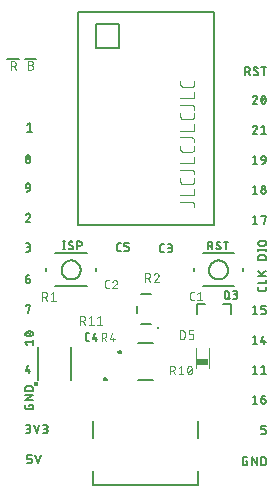
<source format=gbr>
G04 EAGLE Gerber RS-274X export*
G75*
%MOMM*%
%FSLAX34Y34*%
%LPD*%
%INSilkscreen Top*%
%IPPOS*%
%AMOC8*
5,1,8,0,0,1.08239X$1,22.5*%
G01*
%ADD10C,0.101600*%
%ADD11C,0.127000*%
%ADD12C,0.203200*%
%ADD13C,0.254000*%
%ADD14C,0.152400*%
%ADD15C,0.200000*%
%ADD16C,0.076200*%
%ADD17R,1.100000X0.600000*%
%ADD18C,0.400000*%


D10*
X155888Y239333D02*
X164976Y239333D01*
X164976Y239332D02*
X165075Y239330D01*
X165175Y239324D01*
X165274Y239315D01*
X165372Y239302D01*
X165470Y239285D01*
X165568Y239264D01*
X165664Y239239D01*
X165759Y239211D01*
X165853Y239179D01*
X165946Y239144D01*
X166038Y239105D01*
X166128Y239062D01*
X166216Y239017D01*
X166303Y238967D01*
X166387Y238915D01*
X166470Y238859D01*
X166550Y238801D01*
X166628Y238739D01*
X166703Y238674D01*
X166776Y238606D01*
X166846Y238536D01*
X166914Y238463D01*
X166979Y238388D01*
X167041Y238310D01*
X167099Y238230D01*
X167155Y238147D01*
X167207Y238063D01*
X167257Y237976D01*
X167302Y237888D01*
X167345Y237798D01*
X167384Y237706D01*
X167419Y237613D01*
X167451Y237519D01*
X167479Y237424D01*
X167504Y237328D01*
X167525Y237230D01*
X167542Y237132D01*
X167555Y237034D01*
X167564Y236935D01*
X167570Y236835D01*
X167572Y236736D01*
X167572Y235438D01*
X167572Y245010D02*
X155888Y245010D01*
X167572Y245010D02*
X167572Y250203D01*
X167572Y257075D02*
X167572Y259672D01*
X167572Y257075D02*
X167570Y256976D01*
X167564Y256876D01*
X167555Y256777D01*
X167542Y256679D01*
X167525Y256581D01*
X167504Y256483D01*
X167479Y256387D01*
X167451Y256292D01*
X167419Y256198D01*
X167384Y256105D01*
X167345Y256013D01*
X167302Y255923D01*
X167257Y255835D01*
X167207Y255748D01*
X167155Y255664D01*
X167099Y255581D01*
X167041Y255501D01*
X166979Y255423D01*
X166914Y255348D01*
X166846Y255275D01*
X166776Y255205D01*
X166703Y255137D01*
X166628Y255072D01*
X166550Y255010D01*
X166470Y254952D01*
X166387Y254896D01*
X166303Y254844D01*
X166216Y254794D01*
X166128Y254749D01*
X166038Y254706D01*
X165946Y254667D01*
X165853Y254632D01*
X165759Y254600D01*
X165664Y254572D01*
X165568Y254547D01*
X165470Y254526D01*
X165372Y254509D01*
X165274Y254496D01*
X165175Y254487D01*
X165075Y254481D01*
X164976Y254479D01*
X158484Y254479D01*
X158484Y254478D02*
X158385Y254480D01*
X158285Y254486D01*
X158186Y254495D01*
X158088Y254508D01*
X157990Y254526D01*
X157892Y254546D01*
X157796Y254571D01*
X157700Y254599D01*
X157606Y254631D01*
X157513Y254666D01*
X157422Y254705D01*
X157332Y254748D01*
X157243Y254793D01*
X157157Y254843D01*
X157072Y254895D01*
X156990Y254951D01*
X156910Y255010D01*
X156832Y255071D01*
X156756Y255136D01*
X156683Y255204D01*
X156613Y255274D01*
X156545Y255347D01*
X156480Y255423D01*
X156419Y255501D01*
X156360Y255581D01*
X156304Y255663D01*
X156252Y255748D01*
X156203Y255834D01*
X156157Y255923D01*
X156114Y256013D01*
X156075Y256104D01*
X156040Y256197D01*
X156008Y256291D01*
X155980Y256387D01*
X155955Y256483D01*
X155935Y256581D01*
X155917Y256679D01*
X155904Y256777D01*
X155895Y256876D01*
X155889Y256975D01*
X155887Y257075D01*
X155888Y257075D02*
X155888Y259672D01*
X155888Y266765D02*
X164976Y266765D01*
X164976Y266764D02*
X165075Y266762D01*
X165175Y266756D01*
X165274Y266747D01*
X165372Y266734D01*
X165470Y266717D01*
X165568Y266696D01*
X165664Y266671D01*
X165759Y266643D01*
X165853Y266611D01*
X165946Y266576D01*
X166038Y266537D01*
X166128Y266494D01*
X166216Y266449D01*
X166303Y266399D01*
X166387Y266347D01*
X166470Y266291D01*
X166550Y266233D01*
X166628Y266171D01*
X166703Y266106D01*
X166776Y266038D01*
X166846Y265968D01*
X166914Y265895D01*
X166979Y265820D01*
X167041Y265742D01*
X167099Y265662D01*
X167155Y265579D01*
X167207Y265495D01*
X167257Y265408D01*
X167302Y265320D01*
X167345Y265230D01*
X167384Y265138D01*
X167419Y265045D01*
X167451Y264951D01*
X167479Y264856D01*
X167504Y264760D01*
X167525Y264662D01*
X167542Y264564D01*
X167555Y264466D01*
X167564Y264367D01*
X167570Y264267D01*
X167572Y264168D01*
X167572Y262870D01*
X167572Y272442D02*
X155888Y272442D01*
X167572Y272442D02*
X167572Y277635D01*
X167572Y284507D02*
X167572Y287104D01*
X167572Y284507D02*
X167570Y284408D01*
X167564Y284308D01*
X167555Y284209D01*
X167542Y284111D01*
X167525Y284013D01*
X167504Y283915D01*
X167479Y283819D01*
X167451Y283724D01*
X167419Y283630D01*
X167384Y283537D01*
X167345Y283445D01*
X167302Y283355D01*
X167257Y283267D01*
X167207Y283180D01*
X167155Y283096D01*
X167099Y283013D01*
X167041Y282933D01*
X166979Y282855D01*
X166914Y282780D01*
X166846Y282707D01*
X166776Y282637D01*
X166703Y282569D01*
X166628Y282504D01*
X166550Y282442D01*
X166470Y282384D01*
X166387Y282328D01*
X166303Y282276D01*
X166216Y282226D01*
X166128Y282181D01*
X166038Y282138D01*
X165946Y282099D01*
X165853Y282064D01*
X165759Y282032D01*
X165664Y282004D01*
X165568Y281979D01*
X165470Y281958D01*
X165372Y281941D01*
X165274Y281928D01*
X165175Y281919D01*
X165075Y281913D01*
X164976Y281911D01*
X158484Y281911D01*
X158484Y281910D02*
X158385Y281912D01*
X158285Y281918D01*
X158186Y281927D01*
X158088Y281940D01*
X157990Y281958D01*
X157892Y281978D01*
X157796Y282003D01*
X157700Y282031D01*
X157606Y282063D01*
X157513Y282098D01*
X157422Y282137D01*
X157332Y282180D01*
X157243Y282225D01*
X157157Y282275D01*
X157072Y282327D01*
X156990Y282383D01*
X156910Y282442D01*
X156832Y282503D01*
X156756Y282568D01*
X156683Y282636D01*
X156613Y282706D01*
X156545Y282779D01*
X156480Y282855D01*
X156419Y282933D01*
X156360Y283013D01*
X156304Y283095D01*
X156252Y283180D01*
X156203Y283266D01*
X156157Y283355D01*
X156114Y283445D01*
X156075Y283536D01*
X156040Y283629D01*
X156008Y283723D01*
X155980Y283819D01*
X155955Y283915D01*
X155935Y284013D01*
X155917Y284111D01*
X155904Y284209D01*
X155895Y284308D01*
X155889Y284407D01*
X155887Y284507D01*
X155888Y284507D02*
X155888Y287104D01*
X155888Y294197D02*
X164976Y294197D01*
X164976Y294196D02*
X165075Y294194D01*
X165175Y294188D01*
X165274Y294179D01*
X165372Y294166D01*
X165470Y294149D01*
X165568Y294128D01*
X165664Y294103D01*
X165759Y294075D01*
X165853Y294043D01*
X165946Y294008D01*
X166038Y293969D01*
X166128Y293926D01*
X166216Y293881D01*
X166303Y293831D01*
X166387Y293779D01*
X166470Y293723D01*
X166550Y293665D01*
X166628Y293603D01*
X166703Y293538D01*
X166776Y293470D01*
X166846Y293400D01*
X166914Y293327D01*
X166979Y293252D01*
X167041Y293174D01*
X167099Y293094D01*
X167155Y293011D01*
X167207Y292927D01*
X167257Y292840D01*
X167302Y292752D01*
X167345Y292662D01*
X167384Y292570D01*
X167419Y292477D01*
X167451Y292383D01*
X167479Y292288D01*
X167504Y292192D01*
X167525Y292094D01*
X167542Y291996D01*
X167555Y291898D01*
X167564Y291799D01*
X167570Y291699D01*
X167572Y291600D01*
X167572Y290302D01*
X167572Y299874D02*
X155888Y299874D01*
X167572Y299874D02*
X167572Y305067D01*
X167572Y311939D02*
X167572Y314536D01*
X167572Y311939D02*
X167570Y311840D01*
X167564Y311740D01*
X167555Y311641D01*
X167542Y311543D01*
X167525Y311445D01*
X167504Y311347D01*
X167479Y311251D01*
X167451Y311156D01*
X167419Y311062D01*
X167384Y310969D01*
X167345Y310877D01*
X167302Y310787D01*
X167257Y310699D01*
X167207Y310612D01*
X167155Y310528D01*
X167099Y310445D01*
X167041Y310365D01*
X166979Y310287D01*
X166914Y310212D01*
X166846Y310139D01*
X166776Y310069D01*
X166703Y310001D01*
X166628Y309936D01*
X166550Y309874D01*
X166470Y309816D01*
X166387Y309760D01*
X166303Y309708D01*
X166216Y309658D01*
X166128Y309613D01*
X166038Y309570D01*
X165946Y309531D01*
X165853Y309496D01*
X165759Y309464D01*
X165664Y309436D01*
X165568Y309411D01*
X165470Y309390D01*
X165372Y309373D01*
X165274Y309360D01*
X165175Y309351D01*
X165075Y309345D01*
X164976Y309343D01*
X158484Y309343D01*
X158484Y309342D02*
X158385Y309344D01*
X158285Y309350D01*
X158186Y309359D01*
X158088Y309372D01*
X157990Y309390D01*
X157892Y309410D01*
X157796Y309435D01*
X157700Y309463D01*
X157606Y309495D01*
X157513Y309530D01*
X157422Y309569D01*
X157332Y309612D01*
X157243Y309657D01*
X157157Y309707D01*
X157072Y309759D01*
X156990Y309815D01*
X156910Y309874D01*
X156832Y309935D01*
X156756Y310000D01*
X156683Y310068D01*
X156613Y310138D01*
X156545Y310211D01*
X156480Y310287D01*
X156419Y310365D01*
X156360Y310445D01*
X156304Y310527D01*
X156252Y310612D01*
X156203Y310698D01*
X156157Y310787D01*
X156114Y310877D01*
X156075Y310968D01*
X156040Y311061D01*
X156008Y311155D01*
X155980Y311251D01*
X155955Y311347D01*
X155935Y311445D01*
X155917Y311543D01*
X155904Y311641D01*
X155895Y311740D01*
X155889Y311839D01*
X155887Y311939D01*
X155888Y311939D02*
X155888Y314536D01*
X155888Y321629D02*
X164976Y321629D01*
X164976Y321628D02*
X165075Y321626D01*
X165175Y321620D01*
X165274Y321611D01*
X165372Y321598D01*
X165470Y321581D01*
X165568Y321560D01*
X165664Y321535D01*
X165759Y321507D01*
X165853Y321475D01*
X165946Y321440D01*
X166038Y321401D01*
X166128Y321358D01*
X166216Y321313D01*
X166303Y321263D01*
X166387Y321211D01*
X166470Y321155D01*
X166550Y321097D01*
X166628Y321035D01*
X166703Y320970D01*
X166776Y320902D01*
X166846Y320832D01*
X166914Y320759D01*
X166979Y320684D01*
X167041Y320606D01*
X167099Y320526D01*
X167155Y320443D01*
X167207Y320359D01*
X167257Y320272D01*
X167302Y320184D01*
X167345Y320094D01*
X167384Y320002D01*
X167419Y319909D01*
X167451Y319815D01*
X167479Y319720D01*
X167504Y319624D01*
X167525Y319526D01*
X167542Y319428D01*
X167555Y319330D01*
X167564Y319231D01*
X167570Y319131D01*
X167572Y319032D01*
X167572Y317734D01*
X167572Y327306D02*
X155888Y327306D01*
X167572Y327306D02*
X167572Y332499D01*
X167572Y339371D02*
X167572Y341968D01*
X167572Y339371D02*
X167570Y339272D01*
X167564Y339172D01*
X167555Y339073D01*
X167542Y338975D01*
X167525Y338877D01*
X167504Y338779D01*
X167479Y338683D01*
X167451Y338588D01*
X167419Y338494D01*
X167384Y338401D01*
X167345Y338309D01*
X167302Y338219D01*
X167257Y338131D01*
X167207Y338044D01*
X167155Y337960D01*
X167099Y337877D01*
X167041Y337797D01*
X166979Y337719D01*
X166914Y337644D01*
X166846Y337571D01*
X166776Y337501D01*
X166703Y337433D01*
X166628Y337368D01*
X166550Y337306D01*
X166470Y337248D01*
X166387Y337192D01*
X166303Y337140D01*
X166216Y337090D01*
X166128Y337045D01*
X166038Y337002D01*
X165946Y336963D01*
X165853Y336928D01*
X165759Y336896D01*
X165664Y336868D01*
X165568Y336843D01*
X165470Y336822D01*
X165372Y336805D01*
X165274Y336792D01*
X165175Y336783D01*
X165075Y336777D01*
X164976Y336775D01*
X158484Y336775D01*
X158484Y336774D02*
X158385Y336776D01*
X158285Y336782D01*
X158186Y336791D01*
X158088Y336804D01*
X157990Y336822D01*
X157892Y336842D01*
X157796Y336867D01*
X157700Y336895D01*
X157606Y336927D01*
X157513Y336962D01*
X157422Y337001D01*
X157332Y337044D01*
X157243Y337089D01*
X157157Y337139D01*
X157072Y337191D01*
X156990Y337247D01*
X156910Y337306D01*
X156832Y337367D01*
X156756Y337432D01*
X156683Y337500D01*
X156613Y337570D01*
X156545Y337643D01*
X156480Y337719D01*
X156419Y337797D01*
X156360Y337877D01*
X156304Y337959D01*
X156252Y338044D01*
X156203Y338130D01*
X156157Y338219D01*
X156114Y338309D01*
X156075Y338400D01*
X156040Y338493D01*
X156008Y338587D01*
X155980Y338683D01*
X155955Y338779D01*
X155935Y338877D01*
X155917Y338975D01*
X155904Y339073D01*
X155895Y339172D01*
X155889Y339271D01*
X155887Y339371D01*
X155888Y339371D02*
X155888Y341968D01*
X12568Y351498D02*
X12568Y358610D01*
X14544Y358610D01*
X14631Y358608D01*
X14719Y358602D01*
X14806Y358593D01*
X14892Y358579D01*
X14978Y358562D01*
X15062Y358541D01*
X15146Y358516D01*
X15229Y358487D01*
X15310Y358455D01*
X15390Y358420D01*
X15468Y358381D01*
X15545Y358338D01*
X15619Y358292D01*
X15691Y358243D01*
X15761Y358191D01*
X15829Y358135D01*
X15894Y358077D01*
X15957Y358016D01*
X16016Y357952D01*
X16073Y357885D01*
X16127Y357817D01*
X16178Y357745D01*
X16225Y357672D01*
X16270Y357597D01*
X16311Y357519D01*
X16348Y357440D01*
X16382Y357360D01*
X16412Y357278D01*
X16439Y357195D01*
X16462Y357110D01*
X16481Y357025D01*
X16496Y356939D01*
X16508Y356852D01*
X16516Y356765D01*
X16520Y356678D01*
X16520Y356590D01*
X16516Y356503D01*
X16508Y356416D01*
X16496Y356329D01*
X16481Y356243D01*
X16462Y356158D01*
X16439Y356073D01*
X16412Y355990D01*
X16382Y355908D01*
X16348Y355828D01*
X16311Y355749D01*
X16270Y355671D01*
X16225Y355596D01*
X16178Y355523D01*
X16127Y355451D01*
X16073Y355383D01*
X16016Y355316D01*
X15957Y355252D01*
X15894Y355191D01*
X15829Y355133D01*
X15761Y355077D01*
X15691Y355025D01*
X15619Y354976D01*
X15545Y354930D01*
X15468Y354887D01*
X15390Y354848D01*
X15310Y354813D01*
X15229Y354781D01*
X15146Y354752D01*
X15062Y354727D01*
X14978Y354706D01*
X14892Y354689D01*
X14806Y354675D01*
X14719Y354666D01*
X14631Y354660D01*
X14544Y354658D01*
X14544Y354659D02*
X12568Y354659D01*
X14939Y354659D02*
X16519Y351498D01*
X27278Y355449D02*
X29254Y355449D01*
X29254Y355450D02*
X29341Y355448D01*
X29429Y355442D01*
X29516Y355433D01*
X29602Y355419D01*
X29688Y355402D01*
X29772Y355381D01*
X29856Y355356D01*
X29939Y355327D01*
X30020Y355295D01*
X30100Y355260D01*
X30178Y355221D01*
X30255Y355178D01*
X30329Y355132D01*
X30401Y355083D01*
X30471Y355031D01*
X30539Y354975D01*
X30604Y354917D01*
X30667Y354856D01*
X30726Y354792D01*
X30783Y354725D01*
X30837Y354657D01*
X30888Y354585D01*
X30935Y354512D01*
X30980Y354437D01*
X31021Y354359D01*
X31058Y354280D01*
X31092Y354200D01*
X31122Y354118D01*
X31149Y354035D01*
X31172Y353950D01*
X31191Y353865D01*
X31206Y353779D01*
X31218Y353692D01*
X31226Y353605D01*
X31230Y353518D01*
X31230Y353430D01*
X31226Y353343D01*
X31218Y353256D01*
X31206Y353169D01*
X31191Y353083D01*
X31172Y352998D01*
X31149Y352913D01*
X31122Y352830D01*
X31092Y352748D01*
X31058Y352668D01*
X31021Y352589D01*
X30980Y352511D01*
X30935Y352436D01*
X30888Y352363D01*
X30837Y352291D01*
X30783Y352223D01*
X30726Y352156D01*
X30667Y352092D01*
X30604Y352031D01*
X30539Y351973D01*
X30471Y351917D01*
X30401Y351865D01*
X30329Y351816D01*
X30255Y351770D01*
X30178Y351727D01*
X30100Y351688D01*
X30020Y351653D01*
X29939Y351621D01*
X29856Y351592D01*
X29772Y351567D01*
X29688Y351546D01*
X29602Y351529D01*
X29516Y351515D01*
X29429Y351506D01*
X29341Y351500D01*
X29254Y351498D01*
X27278Y351498D01*
X27278Y358610D01*
X29254Y358610D01*
X29333Y358608D01*
X29411Y358602D01*
X29489Y358592D01*
X29567Y358579D01*
X29644Y358561D01*
X29720Y358540D01*
X29794Y358515D01*
X29868Y358486D01*
X29940Y358454D01*
X30010Y358418D01*
X30078Y358378D01*
X30144Y358335D01*
X30208Y358289D01*
X30270Y358240D01*
X30329Y358188D01*
X30385Y358133D01*
X30439Y358075D01*
X30489Y358015D01*
X30537Y357952D01*
X30581Y357887D01*
X30622Y357820D01*
X30660Y357751D01*
X30694Y357680D01*
X30725Y357607D01*
X30752Y357533D01*
X30775Y357458D01*
X30794Y357382D01*
X30810Y357304D01*
X30822Y357226D01*
X30830Y357148D01*
X30834Y357069D01*
X30834Y356991D01*
X30830Y356912D01*
X30822Y356834D01*
X30810Y356756D01*
X30794Y356678D01*
X30775Y356602D01*
X30752Y356527D01*
X30725Y356453D01*
X30694Y356380D01*
X30660Y356309D01*
X30622Y356240D01*
X30581Y356173D01*
X30537Y356108D01*
X30489Y356045D01*
X30439Y355985D01*
X30385Y355927D01*
X30329Y355872D01*
X30270Y355820D01*
X30208Y355771D01*
X30144Y355725D01*
X30078Y355682D01*
X30010Y355642D01*
X29940Y355606D01*
X29868Y355574D01*
X29794Y355545D01*
X29720Y355520D01*
X29644Y355499D01*
X29567Y355481D01*
X29489Y355468D01*
X29411Y355458D01*
X29333Y355452D01*
X29254Y355450D01*
D11*
X28576Y18445D02*
X26290Y18445D01*
X28576Y18445D02*
X28653Y18447D01*
X28730Y18453D01*
X28807Y18463D01*
X28883Y18476D01*
X28958Y18494D01*
X29032Y18515D01*
X29105Y18540D01*
X29177Y18569D01*
X29247Y18601D01*
X29316Y18636D01*
X29382Y18676D01*
X29447Y18718D01*
X29509Y18764D01*
X29569Y18813D01*
X29626Y18864D01*
X29681Y18919D01*
X29732Y18976D01*
X29781Y19036D01*
X29827Y19098D01*
X29869Y19163D01*
X29909Y19229D01*
X29944Y19298D01*
X29976Y19368D01*
X30005Y19440D01*
X30030Y19513D01*
X30051Y19587D01*
X30069Y19662D01*
X30082Y19738D01*
X30092Y19815D01*
X30098Y19892D01*
X30100Y19969D01*
X30100Y20731D01*
X30098Y20808D01*
X30092Y20885D01*
X30082Y20962D01*
X30069Y21038D01*
X30051Y21113D01*
X30030Y21187D01*
X30005Y21260D01*
X29976Y21332D01*
X29944Y21402D01*
X29909Y21471D01*
X29869Y21537D01*
X29827Y21602D01*
X29781Y21664D01*
X29732Y21724D01*
X29681Y21781D01*
X29626Y21836D01*
X29569Y21887D01*
X29509Y21936D01*
X29447Y21982D01*
X29382Y22024D01*
X29316Y22064D01*
X29247Y22099D01*
X29177Y22131D01*
X29105Y22160D01*
X29032Y22185D01*
X28958Y22206D01*
X28883Y22224D01*
X28807Y22237D01*
X28730Y22247D01*
X28653Y22253D01*
X28576Y22255D01*
X26290Y22255D01*
X26290Y25303D01*
X30100Y25303D01*
X33224Y25303D02*
X35510Y18445D01*
X37796Y25303D01*
X26925Y43845D02*
X25020Y43845D01*
X26925Y43845D02*
X27010Y43847D01*
X27096Y43853D01*
X27181Y43862D01*
X27265Y43876D01*
X27349Y43893D01*
X27432Y43914D01*
X27514Y43938D01*
X27594Y43966D01*
X27674Y43998D01*
X27752Y44034D01*
X27828Y44072D01*
X27902Y44115D01*
X27974Y44160D01*
X28045Y44209D01*
X28113Y44261D01*
X28178Y44315D01*
X28241Y44373D01*
X28302Y44434D01*
X28360Y44497D01*
X28414Y44562D01*
X28466Y44630D01*
X28515Y44701D01*
X28560Y44773D01*
X28603Y44847D01*
X28641Y44923D01*
X28677Y45001D01*
X28709Y45081D01*
X28737Y45161D01*
X28761Y45243D01*
X28782Y45326D01*
X28799Y45410D01*
X28813Y45494D01*
X28822Y45579D01*
X28828Y45665D01*
X28830Y45750D01*
X28828Y45835D01*
X28822Y45921D01*
X28813Y46006D01*
X28799Y46090D01*
X28782Y46174D01*
X28761Y46257D01*
X28737Y46339D01*
X28709Y46419D01*
X28677Y46499D01*
X28641Y46577D01*
X28603Y46653D01*
X28560Y46727D01*
X28515Y46799D01*
X28466Y46870D01*
X28414Y46938D01*
X28360Y47003D01*
X28302Y47066D01*
X28241Y47127D01*
X28178Y47185D01*
X28113Y47239D01*
X28045Y47291D01*
X27974Y47340D01*
X27902Y47385D01*
X27828Y47428D01*
X27752Y47466D01*
X27674Y47502D01*
X27594Y47534D01*
X27514Y47562D01*
X27432Y47586D01*
X27349Y47607D01*
X27265Y47624D01*
X27181Y47638D01*
X27096Y47647D01*
X27010Y47653D01*
X26925Y47655D01*
X27306Y50703D02*
X25020Y50703D01*
X27306Y50703D02*
X27383Y50701D01*
X27460Y50695D01*
X27537Y50685D01*
X27613Y50672D01*
X27688Y50654D01*
X27762Y50633D01*
X27835Y50608D01*
X27907Y50579D01*
X27977Y50547D01*
X28046Y50512D01*
X28112Y50472D01*
X28177Y50430D01*
X28239Y50384D01*
X28299Y50335D01*
X28356Y50284D01*
X28411Y50229D01*
X28462Y50172D01*
X28511Y50112D01*
X28557Y50050D01*
X28599Y49985D01*
X28639Y49919D01*
X28674Y49850D01*
X28706Y49780D01*
X28735Y49708D01*
X28760Y49635D01*
X28781Y49561D01*
X28799Y49486D01*
X28812Y49410D01*
X28822Y49333D01*
X28828Y49256D01*
X28830Y49179D01*
X28828Y49102D01*
X28822Y49025D01*
X28812Y48948D01*
X28799Y48872D01*
X28781Y48797D01*
X28760Y48723D01*
X28735Y48650D01*
X28706Y48578D01*
X28674Y48508D01*
X28639Y48439D01*
X28599Y48373D01*
X28557Y48308D01*
X28511Y48246D01*
X28462Y48186D01*
X28411Y48129D01*
X28356Y48074D01*
X28299Y48023D01*
X28239Y47974D01*
X28177Y47928D01*
X28112Y47886D01*
X28046Y47846D01*
X27977Y47811D01*
X27907Y47779D01*
X27835Y47750D01*
X27762Y47725D01*
X27688Y47704D01*
X27613Y47686D01*
X27537Y47673D01*
X27460Y47663D01*
X27383Y47657D01*
X27306Y47655D01*
X25782Y47655D01*
X31954Y50703D02*
X34240Y43845D01*
X36526Y50703D01*
X39650Y43845D02*
X41555Y43845D01*
X41640Y43847D01*
X41726Y43853D01*
X41811Y43862D01*
X41895Y43876D01*
X41979Y43893D01*
X42062Y43914D01*
X42144Y43938D01*
X42224Y43966D01*
X42304Y43998D01*
X42382Y44034D01*
X42458Y44072D01*
X42532Y44115D01*
X42604Y44160D01*
X42675Y44209D01*
X42743Y44261D01*
X42808Y44315D01*
X42871Y44373D01*
X42932Y44434D01*
X42990Y44497D01*
X43044Y44562D01*
X43096Y44630D01*
X43145Y44701D01*
X43190Y44773D01*
X43233Y44847D01*
X43271Y44923D01*
X43307Y45001D01*
X43339Y45081D01*
X43367Y45161D01*
X43391Y45243D01*
X43412Y45326D01*
X43429Y45410D01*
X43443Y45494D01*
X43452Y45579D01*
X43458Y45665D01*
X43460Y45750D01*
X43458Y45835D01*
X43452Y45921D01*
X43443Y46006D01*
X43429Y46090D01*
X43412Y46174D01*
X43391Y46257D01*
X43367Y46339D01*
X43339Y46419D01*
X43307Y46499D01*
X43271Y46577D01*
X43233Y46653D01*
X43190Y46727D01*
X43145Y46799D01*
X43096Y46870D01*
X43044Y46938D01*
X42990Y47003D01*
X42932Y47066D01*
X42871Y47127D01*
X42808Y47185D01*
X42743Y47239D01*
X42675Y47291D01*
X42604Y47340D01*
X42532Y47385D01*
X42458Y47428D01*
X42382Y47466D01*
X42304Y47502D01*
X42224Y47534D01*
X42144Y47562D01*
X42062Y47586D01*
X41979Y47607D01*
X41895Y47624D01*
X41811Y47638D01*
X41726Y47647D01*
X41640Y47653D01*
X41555Y47655D01*
X41936Y50703D02*
X39650Y50703D01*
X41936Y50703D02*
X42013Y50701D01*
X42090Y50695D01*
X42167Y50685D01*
X42243Y50672D01*
X42318Y50654D01*
X42392Y50633D01*
X42465Y50608D01*
X42537Y50579D01*
X42607Y50547D01*
X42676Y50512D01*
X42742Y50472D01*
X42807Y50430D01*
X42869Y50384D01*
X42929Y50335D01*
X42986Y50284D01*
X43041Y50229D01*
X43092Y50172D01*
X43141Y50112D01*
X43187Y50050D01*
X43229Y49985D01*
X43269Y49919D01*
X43304Y49850D01*
X43336Y49780D01*
X43365Y49708D01*
X43390Y49635D01*
X43411Y49561D01*
X43429Y49486D01*
X43442Y49410D01*
X43452Y49333D01*
X43458Y49256D01*
X43460Y49179D01*
X43458Y49102D01*
X43452Y49025D01*
X43442Y48948D01*
X43429Y48872D01*
X43411Y48797D01*
X43390Y48723D01*
X43365Y48650D01*
X43336Y48578D01*
X43304Y48508D01*
X43269Y48439D01*
X43229Y48373D01*
X43187Y48308D01*
X43141Y48246D01*
X43092Y48186D01*
X43041Y48129D01*
X42986Y48074D01*
X42929Y48023D01*
X42869Y47974D01*
X42807Y47928D01*
X42742Y47886D01*
X42676Y47846D01*
X42607Y47811D01*
X42537Y47779D01*
X42465Y47750D01*
X42392Y47725D01*
X42318Y47704D01*
X42243Y47686D01*
X42167Y47673D01*
X42090Y47663D01*
X42013Y47657D01*
X41936Y47655D01*
X40412Y47655D01*
X27560Y66832D02*
X27560Y67975D01*
X31370Y67975D01*
X31370Y65689D01*
X31368Y65612D01*
X31362Y65535D01*
X31352Y65458D01*
X31339Y65382D01*
X31321Y65307D01*
X31300Y65233D01*
X31275Y65160D01*
X31246Y65088D01*
X31214Y65018D01*
X31179Y64949D01*
X31139Y64883D01*
X31097Y64818D01*
X31051Y64756D01*
X31002Y64696D01*
X30951Y64639D01*
X30896Y64584D01*
X30839Y64533D01*
X30779Y64484D01*
X30717Y64438D01*
X30652Y64396D01*
X30586Y64356D01*
X30517Y64321D01*
X30447Y64289D01*
X30375Y64260D01*
X30302Y64235D01*
X30228Y64214D01*
X30153Y64196D01*
X30077Y64183D01*
X30000Y64173D01*
X29923Y64167D01*
X29846Y64165D01*
X26036Y64165D01*
X25959Y64167D01*
X25882Y64173D01*
X25805Y64183D01*
X25729Y64196D01*
X25654Y64214D01*
X25580Y64235D01*
X25507Y64260D01*
X25435Y64289D01*
X25365Y64321D01*
X25296Y64356D01*
X25230Y64396D01*
X25165Y64438D01*
X25103Y64484D01*
X25043Y64533D01*
X24986Y64584D01*
X24931Y64639D01*
X24880Y64696D01*
X24831Y64756D01*
X24785Y64818D01*
X24743Y64883D01*
X24703Y64949D01*
X24668Y65018D01*
X24636Y65088D01*
X24607Y65160D01*
X24582Y65233D01*
X24561Y65307D01*
X24543Y65382D01*
X24530Y65458D01*
X24520Y65535D01*
X24514Y65612D01*
X24512Y65689D01*
X24512Y67975D01*
X24512Y71968D02*
X31370Y71968D01*
X31370Y75778D02*
X24512Y71968D01*
X24512Y75778D02*
X31370Y75778D01*
X31370Y79771D02*
X24512Y79771D01*
X24512Y81676D01*
X24514Y81761D01*
X24520Y81847D01*
X24529Y81932D01*
X24543Y82016D01*
X24560Y82100D01*
X24581Y82183D01*
X24605Y82265D01*
X24633Y82345D01*
X24665Y82425D01*
X24701Y82503D01*
X24739Y82579D01*
X24782Y82653D01*
X24827Y82725D01*
X24876Y82796D01*
X24928Y82864D01*
X24982Y82929D01*
X25040Y82992D01*
X25101Y83053D01*
X25164Y83111D01*
X25229Y83165D01*
X25297Y83217D01*
X25368Y83266D01*
X25440Y83311D01*
X25514Y83354D01*
X25590Y83392D01*
X25668Y83428D01*
X25748Y83460D01*
X25828Y83488D01*
X25910Y83512D01*
X25993Y83533D01*
X26077Y83550D01*
X26161Y83564D01*
X26246Y83573D01*
X26332Y83579D01*
X26417Y83581D01*
X29465Y83581D01*
X29550Y83579D01*
X29636Y83573D01*
X29721Y83564D01*
X29805Y83550D01*
X29889Y83533D01*
X29972Y83512D01*
X30054Y83488D01*
X30134Y83460D01*
X30214Y83428D01*
X30292Y83392D01*
X30368Y83354D01*
X30442Y83311D01*
X30514Y83266D01*
X30585Y83217D01*
X30653Y83165D01*
X30718Y83111D01*
X30781Y83053D01*
X30842Y82992D01*
X30900Y82929D01*
X30954Y82864D01*
X31006Y82796D01*
X31055Y82725D01*
X31100Y82653D01*
X31143Y82579D01*
X31181Y82503D01*
X31217Y82425D01*
X31249Y82345D01*
X31277Y82265D01*
X31301Y82183D01*
X31322Y82100D01*
X31339Y82016D01*
X31353Y81932D01*
X31362Y81847D01*
X31368Y81761D01*
X31370Y81676D01*
X31370Y79771D01*
X25020Y96169D02*
X26544Y101503D01*
X25020Y96169D02*
X28830Y96169D01*
X27687Y97693D02*
X27687Y94645D01*
X26036Y118775D02*
X24512Y120680D01*
X31370Y120680D01*
X31370Y118775D02*
X31370Y122585D01*
X27941Y126090D02*
X27799Y126092D01*
X27656Y126097D01*
X27514Y126106D01*
X27372Y126119D01*
X27231Y126135D01*
X27090Y126154D01*
X26949Y126178D01*
X26809Y126204D01*
X26670Y126235D01*
X26532Y126269D01*
X26394Y126306D01*
X26258Y126346D01*
X26122Y126391D01*
X25988Y126438D01*
X25855Y126489D01*
X25723Y126543D01*
X25593Y126601D01*
X25464Y126662D01*
X25465Y126661D02*
X25396Y126687D01*
X25330Y126716D01*
X25264Y126748D01*
X25201Y126783D01*
X25139Y126822D01*
X25079Y126864D01*
X25022Y126909D01*
X24967Y126957D01*
X24915Y127008D01*
X24865Y127061D01*
X24819Y127117D01*
X24775Y127175D01*
X24734Y127236D01*
X24696Y127298D01*
X24662Y127362D01*
X24631Y127428D01*
X24603Y127496D01*
X24579Y127565D01*
X24559Y127635D01*
X24542Y127706D01*
X24529Y127777D01*
X24520Y127849D01*
X24514Y127922D01*
X24512Y127995D01*
X24514Y128068D01*
X24520Y128141D01*
X24529Y128213D01*
X24542Y128284D01*
X24559Y128355D01*
X24579Y128425D01*
X24603Y128494D01*
X24631Y128562D01*
X24662Y128628D01*
X24696Y128692D01*
X24734Y128754D01*
X24775Y128815D01*
X24819Y128873D01*
X24865Y128929D01*
X24915Y128982D01*
X24967Y129033D01*
X25022Y129081D01*
X25079Y129126D01*
X25139Y129168D01*
X25201Y129207D01*
X25264Y129242D01*
X25330Y129274D01*
X25396Y129303D01*
X25465Y129329D01*
X25464Y129329D02*
X25593Y129390D01*
X25723Y129448D01*
X25855Y129502D01*
X25988Y129553D01*
X26122Y129600D01*
X26258Y129645D01*
X26394Y129685D01*
X26532Y129722D01*
X26670Y129756D01*
X26809Y129787D01*
X26949Y129813D01*
X27090Y129837D01*
X27231Y129856D01*
X27372Y129872D01*
X27514Y129885D01*
X27656Y129894D01*
X27799Y129899D01*
X27941Y129901D01*
X27941Y126090D02*
X28083Y126092D01*
X28226Y126097D01*
X28368Y126106D01*
X28510Y126119D01*
X28651Y126135D01*
X28792Y126154D01*
X28933Y126178D01*
X29073Y126204D01*
X29212Y126235D01*
X29350Y126269D01*
X29488Y126306D01*
X29624Y126346D01*
X29760Y126391D01*
X29894Y126438D01*
X30027Y126489D01*
X30159Y126543D01*
X30289Y126601D01*
X30418Y126662D01*
X30417Y126661D02*
X30486Y126687D01*
X30552Y126716D01*
X30618Y126748D01*
X30681Y126783D01*
X30743Y126822D01*
X30803Y126864D01*
X30860Y126909D01*
X30915Y126957D01*
X30967Y127008D01*
X31017Y127061D01*
X31063Y127117D01*
X31107Y127175D01*
X31148Y127236D01*
X31186Y127298D01*
X31220Y127362D01*
X31251Y127428D01*
X31279Y127496D01*
X31303Y127565D01*
X31323Y127635D01*
X31340Y127706D01*
X31353Y127777D01*
X31362Y127849D01*
X31368Y127922D01*
X31370Y127995D01*
X30418Y129329D02*
X30289Y129390D01*
X30159Y129448D01*
X30027Y129502D01*
X29894Y129553D01*
X29760Y129600D01*
X29624Y129645D01*
X29488Y129685D01*
X29350Y129722D01*
X29212Y129756D01*
X29073Y129787D01*
X28933Y129813D01*
X28792Y129837D01*
X28651Y129856D01*
X28510Y129872D01*
X28368Y129885D01*
X28226Y129894D01*
X28083Y129899D01*
X27941Y129901D01*
X30417Y129329D02*
X30486Y129303D01*
X30552Y129274D01*
X30618Y129242D01*
X30681Y129207D01*
X30743Y129168D01*
X30803Y129126D01*
X30860Y129081D01*
X30915Y129033D01*
X30967Y128982D01*
X31017Y128929D01*
X31063Y128873D01*
X31107Y128815D01*
X31148Y128754D01*
X31186Y128692D01*
X31220Y128628D01*
X31251Y128562D01*
X31279Y128494D01*
X31303Y128425D01*
X31323Y128355D01*
X31340Y128284D01*
X31353Y128213D01*
X31362Y128141D01*
X31368Y128068D01*
X31370Y127995D01*
X29846Y126471D02*
X26036Y129519D01*
X25020Y151541D02*
X25020Y152303D01*
X28830Y152303D01*
X26925Y145445D01*
X27306Y174655D02*
X25020Y174655D01*
X27306Y174655D02*
X27383Y174653D01*
X27460Y174647D01*
X27537Y174637D01*
X27613Y174624D01*
X27688Y174606D01*
X27762Y174585D01*
X27835Y174560D01*
X27907Y174531D01*
X27977Y174499D01*
X28046Y174464D01*
X28112Y174424D01*
X28177Y174382D01*
X28239Y174336D01*
X28299Y174287D01*
X28356Y174236D01*
X28411Y174181D01*
X28462Y174124D01*
X28511Y174064D01*
X28557Y174002D01*
X28599Y173937D01*
X28639Y173871D01*
X28674Y173802D01*
X28706Y173732D01*
X28735Y173660D01*
X28760Y173587D01*
X28781Y173513D01*
X28799Y173438D01*
X28812Y173362D01*
X28822Y173285D01*
X28828Y173208D01*
X28830Y173131D01*
X28830Y172750D01*
X28828Y172665D01*
X28822Y172579D01*
X28813Y172494D01*
X28799Y172410D01*
X28782Y172326D01*
X28761Y172243D01*
X28737Y172161D01*
X28709Y172081D01*
X28677Y172001D01*
X28641Y171923D01*
X28603Y171847D01*
X28560Y171773D01*
X28515Y171701D01*
X28466Y171630D01*
X28414Y171562D01*
X28360Y171497D01*
X28302Y171434D01*
X28241Y171373D01*
X28178Y171315D01*
X28113Y171261D01*
X28045Y171209D01*
X27974Y171160D01*
X27902Y171115D01*
X27828Y171072D01*
X27752Y171034D01*
X27674Y170998D01*
X27594Y170966D01*
X27514Y170938D01*
X27432Y170914D01*
X27349Y170893D01*
X27265Y170876D01*
X27181Y170862D01*
X27096Y170853D01*
X27010Y170847D01*
X26925Y170845D01*
X26840Y170847D01*
X26754Y170853D01*
X26669Y170862D01*
X26585Y170876D01*
X26501Y170893D01*
X26418Y170914D01*
X26336Y170938D01*
X26256Y170966D01*
X26176Y170998D01*
X26098Y171034D01*
X26022Y171072D01*
X25948Y171115D01*
X25876Y171160D01*
X25805Y171209D01*
X25737Y171261D01*
X25672Y171315D01*
X25609Y171373D01*
X25548Y171434D01*
X25490Y171497D01*
X25436Y171562D01*
X25384Y171630D01*
X25335Y171701D01*
X25290Y171773D01*
X25247Y171847D01*
X25209Y171923D01*
X25173Y172001D01*
X25141Y172081D01*
X25113Y172161D01*
X25089Y172243D01*
X25068Y172326D01*
X25051Y172410D01*
X25037Y172494D01*
X25028Y172579D01*
X25022Y172665D01*
X25020Y172750D01*
X25020Y174655D01*
X25022Y174764D01*
X25028Y174872D01*
X25037Y174981D01*
X25051Y175089D01*
X25068Y175196D01*
X25090Y175303D01*
X25115Y175409D01*
X25143Y175514D01*
X25176Y175618D01*
X25212Y175720D01*
X25252Y175821D01*
X25295Y175921D01*
X25342Y176019D01*
X25393Y176116D01*
X25447Y176210D01*
X25504Y176303D01*
X25564Y176393D01*
X25628Y176482D01*
X25695Y176568D01*
X25764Y176651D01*
X25837Y176732D01*
X25913Y176810D01*
X25991Y176886D01*
X26072Y176959D01*
X26155Y177028D01*
X26241Y177095D01*
X26330Y177159D01*
X26420Y177219D01*
X26513Y177276D01*
X26607Y177330D01*
X26704Y177381D01*
X26802Y177428D01*
X26902Y177471D01*
X27003Y177511D01*
X27105Y177547D01*
X27209Y177580D01*
X27314Y177608D01*
X27420Y177633D01*
X27527Y177655D01*
X27634Y177672D01*
X27742Y177686D01*
X27851Y177695D01*
X27959Y177701D01*
X28068Y177703D01*
X26925Y197515D02*
X25020Y197515D01*
X26925Y197515D02*
X27010Y197517D01*
X27096Y197523D01*
X27181Y197532D01*
X27265Y197546D01*
X27349Y197563D01*
X27432Y197584D01*
X27514Y197608D01*
X27594Y197636D01*
X27674Y197668D01*
X27752Y197704D01*
X27828Y197742D01*
X27902Y197785D01*
X27974Y197830D01*
X28045Y197879D01*
X28113Y197931D01*
X28178Y197985D01*
X28241Y198043D01*
X28302Y198104D01*
X28360Y198167D01*
X28414Y198232D01*
X28466Y198300D01*
X28515Y198371D01*
X28560Y198443D01*
X28603Y198517D01*
X28641Y198593D01*
X28677Y198671D01*
X28709Y198751D01*
X28737Y198831D01*
X28761Y198913D01*
X28782Y198996D01*
X28799Y199080D01*
X28813Y199164D01*
X28822Y199249D01*
X28828Y199335D01*
X28830Y199420D01*
X28828Y199505D01*
X28822Y199591D01*
X28813Y199676D01*
X28799Y199760D01*
X28782Y199844D01*
X28761Y199927D01*
X28737Y200009D01*
X28709Y200089D01*
X28677Y200169D01*
X28641Y200247D01*
X28603Y200323D01*
X28560Y200397D01*
X28515Y200469D01*
X28466Y200540D01*
X28414Y200608D01*
X28360Y200673D01*
X28302Y200736D01*
X28241Y200797D01*
X28178Y200855D01*
X28113Y200909D01*
X28045Y200961D01*
X27974Y201010D01*
X27902Y201055D01*
X27828Y201098D01*
X27752Y201136D01*
X27674Y201172D01*
X27594Y201204D01*
X27514Y201232D01*
X27432Y201256D01*
X27349Y201277D01*
X27265Y201294D01*
X27181Y201308D01*
X27096Y201317D01*
X27010Y201323D01*
X26925Y201325D01*
X27306Y204373D02*
X25020Y204373D01*
X27306Y204373D02*
X27383Y204371D01*
X27460Y204365D01*
X27537Y204355D01*
X27613Y204342D01*
X27688Y204324D01*
X27762Y204303D01*
X27835Y204278D01*
X27907Y204249D01*
X27977Y204217D01*
X28046Y204182D01*
X28112Y204142D01*
X28177Y204100D01*
X28239Y204054D01*
X28299Y204005D01*
X28356Y203954D01*
X28411Y203899D01*
X28462Y203842D01*
X28511Y203782D01*
X28557Y203720D01*
X28599Y203655D01*
X28639Y203589D01*
X28674Y203520D01*
X28706Y203450D01*
X28735Y203378D01*
X28760Y203305D01*
X28781Y203231D01*
X28799Y203156D01*
X28812Y203080D01*
X28822Y203003D01*
X28828Y202926D01*
X28830Y202849D01*
X28828Y202772D01*
X28822Y202695D01*
X28812Y202618D01*
X28799Y202542D01*
X28781Y202467D01*
X28760Y202393D01*
X28735Y202320D01*
X28706Y202248D01*
X28674Y202178D01*
X28639Y202109D01*
X28599Y202043D01*
X28557Y201978D01*
X28511Y201916D01*
X28462Y201856D01*
X28411Y201799D01*
X28356Y201744D01*
X28299Y201693D01*
X28239Y201644D01*
X28177Y201598D01*
X28112Y201556D01*
X28046Y201516D01*
X27977Y201481D01*
X27907Y201449D01*
X27835Y201420D01*
X27762Y201395D01*
X27688Y201374D01*
X27613Y201356D01*
X27537Y201343D01*
X27460Y201333D01*
X27383Y201327D01*
X27306Y201325D01*
X25782Y201325D01*
X28831Y228059D02*
X28829Y228141D01*
X28823Y228222D01*
X28814Y228303D01*
X28800Y228384D01*
X28783Y228463D01*
X28762Y228542D01*
X28737Y228620D01*
X28708Y228696D01*
X28676Y228771D01*
X28640Y228845D01*
X28601Y228917D01*
X28559Y228986D01*
X28513Y229054D01*
X28464Y229119D01*
X28412Y229182D01*
X28357Y229242D01*
X28299Y229300D01*
X28239Y229355D01*
X28176Y229407D01*
X28111Y229456D01*
X28043Y229502D01*
X27974Y229544D01*
X27902Y229583D01*
X27828Y229619D01*
X27753Y229651D01*
X27677Y229680D01*
X27599Y229705D01*
X27520Y229726D01*
X27441Y229743D01*
X27360Y229757D01*
X27279Y229766D01*
X27198Y229772D01*
X27116Y229774D01*
X27116Y229773D02*
X27024Y229771D01*
X26932Y229765D01*
X26840Y229756D01*
X26748Y229742D01*
X26658Y229725D01*
X26568Y229704D01*
X26479Y229679D01*
X26391Y229650D01*
X26304Y229618D01*
X26219Y229582D01*
X26136Y229543D01*
X26054Y229500D01*
X25974Y229454D01*
X25896Y229404D01*
X25820Y229352D01*
X25747Y229296D01*
X25676Y229237D01*
X25607Y229175D01*
X25541Y229110D01*
X25478Y229043D01*
X25418Y228973D01*
X25360Y228901D01*
X25306Y228826D01*
X25255Y228749D01*
X25207Y228670D01*
X25163Y228589D01*
X25122Y228506D01*
X25084Y228422D01*
X25050Y228336D01*
X25020Y228249D01*
X28259Y226725D02*
X28318Y226784D01*
X28374Y226845D01*
X28427Y226908D01*
X28478Y226974D01*
X28525Y227042D01*
X28569Y227112D01*
X28610Y227184D01*
X28648Y227258D01*
X28682Y227333D01*
X28713Y227410D01*
X28740Y227488D01*
X28764Y227568D01*
X28785Y227648D01*
X28801Y227729D01*
X28814Y227811D01*
X28824Y227893D01*
X28829Y227976D01*
X28831Y228059D01*
X28259Y226725D02*
X25020Y222915D01*
X28830Y222915D01*
X28830Y251363D02*
X26544Y251363D01*
X26467Y251365D01*
X26390Y251371D01*
X26313Y251381D01*
X26237Y251394D01*
X26162Y251412D01*
X26088Y251433D01*
X26015Y251458D01*
X25943Y251487D01*
X25873Y251519D01*
X25804Y251554D01*
X25738Y251594D01*
X25673Y251636D01*
X25611Y251682D01*
X25551Y251731D01*
X25494Y251782D01*
X25439Y251837D01*
X25388Y251894D01*
X25339Y251954D01*
X25293Y252016D01*
X25251Y252081D01*
X25211Y252147D01*
X25176Y252216D01*
X25144Y252286D01*
X25115Y252358D01*
X25090Y252431D01*
X25069Y252505D01*
X25051Y252580D01*
X25038Y252656D01*
X25028Y252733D01*
X25022Y252810D01*
X25020Y252887D01*
X25020Y253268D01*
X25022Y253353D01*
X25028Y253439D01*
X25037Y253524D01*
X25051Y253608D01*
X25068Y253692D01*
X25089Y253775D01*
X25113Y253857D01*
X25141Y253937D01*
X25173Y254017D01*
X25209Y254095D01*
X25247Y254171D01*
X25290Y254245D01*
X25335Y254317D01*
X25384Y254388D01*
X25436Y254456D01*
X25490Y254521D01*
X25548Y254584D01*
X25609Y254645D01*
X25672Y254703D01*
X25737Y254757D01*
X25805Y254809D01*
X25876Y254858D01*
X25948Y254903D01*
X26022Y254946D01*
X26098Y254984D01*
X26176Y255020D01*
X26256Y255052D01*
X26336Y255080D01*
X26418Y255104D01*
X26501Y255125D01*
X26585Y255142D01*
X26669Y255156D01*
X26754Y255165D01*
X26840Y255171D01*
X26925Y255173D01*
X27010Y255171D01*
X27096Y255165D01*
X27181Y255156D01*
X27265Y255142D01*
X27349Y255125D01*
X27432Y255104D01*
X27514Y255080D01*
X27594Y255052D01*
X27674Y255020D01*
X27752Y254984D01*
X27828Y254946D01*
X27902Y254903D01*
X27974Y254858D01*
X28045Y254809D01*
X28113Y254757D01*
X28178Y254703D01*
X28241Y254645D01*
X28302Y254584D01*
X28360Y254521D01*
X28414Y254456D01*
X28466Y254388D01*
X28515Y254317D01*
X28560Y254245D01*
X28603Y254171D01*
X28641Y254095D01*
X28677Y254017D01*
X28709Y253937D01*
X28737Y253857D01*
X28761Y253775D01*
X28782Y253692D01*
X28799Y253608D01*
X28813Y253524D01*
X28822Y253439D01*
X28828Y253353D01*
X28830Y253268D01*
X28830Y251363D01*
X28828Y251254D01*
X28822Y251146D01*
X28813Y251037D01*
X28799Y250929D01*
X28782Y250822D01*
X28760Y250715D01*
X28735Y250609D01*
X28707Y250504D01*
X28674Y250400D01*
X28638Y250298D01*
X28598Y250197D01*
X28555Y250097D01*
X28508Y249999D01*
X28457Y249902D01*
X28403Y249808D01*
X28346Y249715D01*
X28286Y249625D01*
X28222Y249536D01*
X28155Y249450D01*
X28086Y249367D01*
X28013Y249286D01*
X27937Y249208D01*
X27859Y249132D01*
X27778Y249059D01*
X27695Y248990D01*
X27609Y248923D01*
X27520Y248859D01*
X27430Y248799D01*
X27337Y248742D01*
X27243Y248688D01*
X27146Y248637D01*
X27048Y248590D01*
X26948Y248547D01*
X26847Y248507D01*
X26745Y248471D01*
X26641Y248438D01*
X26536Y248410D01*
X26430Y248385D01*
X26323Y248363D01*
X26216Y248346D01*
X26108Y248332D01*
X25999Y248323D01*
X25891Y248317D01*
X25782Y248315D01*
X25020Y274350D02*
X25022Y274435D01*
X25028Y274521D01*
X25037Y274606D01*
X25051Y274690D01*
X25068Y274774D01*
X25089Y274857D01*
X25113Y274939D01*
X25141Y275019D01*
X25173Y275099D01*
X25209Y275177D01*
X25247Y275253D01*
X25290Y275327D01*
X25335Y275399D01*
X25384Y275470D01*
X25436Y275538D01*
X25490Y275603D01*
X25548Y275666D01*
X25609Y275727D01*
X25672Y275785D01*
X25737Y275839D01*
X25805Y275891D01*
X25876Y275940D01*
X25948Y275985D01*
X26022Y276028D01*
X26098Y276066D01*
X26176Y276102D01*
X26256Y276134D01*
X26336Y276162D01*
X26418Y276186D01*
X26501Y276207D01*
X26585Y276224D01*
X26669Y276238D01*
X26754Y276247D01*
X26840Y276253D01*
X26925Y276255D01*
X27010Y276253D01*
X27096Y276247D01*
X27181Y276238D01*
X27265Y276224D01*
X27349Y276207D01*
X27432Y276186D01*
X27514Y276162D01*
X27594Y276134D01*
X27674Y276102D01*
X27752Y276066D01*
X27828Y276028D01*
X27902Y275985D01*
X27974Y275940D01*
X28045Y275891D01*
X28113Y275839D01*
X28178Y275785D01*
X28241Y275727D01*
X28302Y275666D01*
X28360Y275603D01*
X28414Y275538D01*
X28466Y275470D01*
X28515Y275399D01*
X28560Y275327D01*
X28603Y275253D01*
X28641Y275177D01*
X28677Y275099D01*
X28709Y275019D01*
X28737Y274939D01*
X28761Y274857D01*
X28782Y274774D01*
X28799Y274690D01*
X28813Y274606D01*
X28822Y274521D01*
X28828Y274435D01*
X28830Y274350D01*
X28828Y274265D01*
X28822Y274179D01*
X28813Y274094D01*
X28799Y274010D01*
X28782Y273926D01*
X28761Y273843D01*
X28737Y273761D01*
X28709Y273681D01*
X28677Y273601D01*
X28641Y273523D01*
X28603Y273447D01*
X28560Y273373D01*
X28515Y273301D01*
X28466Y273230D01*
X28414Y273162D01*
X28360Y273097D01*
X28302Y273034D01*
X28241Y272973D01*
X28178Y272915D01*
X28113Y272861D01*
X28045Y272809D01*
X27974Y272760D01*
X27902Y272715D01*
X27828Y272672D01*
X27752Y272634D01*
X27674Y272598D01*
X27594Y272566D01*
X27514Y272538D01*
X27432Y272514D01*
X27349Y272493D01*
X27265Y272476D01*
X27181Y272462D01*
X27096Y272453D01*
X27010Y272447D01*
X26925Y272445D01*
X26840Y272447D01*
X26754Y272453D01*
X26669Y272462D01*
X26585Y272476D01*
X26501Y272493D01*
X26418Y272514D01*
X26336Y272538D01*
X26256Y272566D01*
X26176Y272598D01*
X26098Y272634D01*
X26022Y272672D01*
X25948Y272715D01*
X25876Y272760D01*
X25805Y272809D01*
X25737Y272861D01*
X25672Y272915D01*
X25609Y272973D01*
X25548Y273034D01*
X25490Y273097D01*
X25436Y273162D01*
X25384Y273230D01*
X25335Y273301D01*
X25290Y273373D01*
X25247Y273447D01*
X25209Y273523D01*
X25173Y273601D01*
X25141Y273681D01*
X25113Y273761D01*
X25089Y273843D01*
X25068Y273926D01*
X25051Y274010D01*
X25037Y274094D01*
X25028Y274179D01*
X25022Y274265D01*
X25020Y274350D01*
X25401Y277779D02*
X25403Y277856D01*
X25409Y277933D01*
X25419Y278010D01*
X25432Y278086D01*
X25450Y278161D01*
X25471Y278235D01*
X25496Y278308D01*
X25525Y278380D01*
X25557Y278450D01*
X25592Y278519D01*
X25632Y278585D01*
X25674Y278650D01*
X25720Y278712D01*
X25769Y278772D01*
X25820Y278829D01*
X25875Y278884D01*
X25932Y278935D01*
X25992Y278984D01*
X26054Y279030D01*
X26119Y279072D01*
X26185Y279112D01*
X26254Y279147D01*
X26324Y279179D01*
X26396Y279208D01*
X26469Y279233D01*
X26543Y279254D01*
X26618Y279272D01*
X26694Y279285D01*
X26771Y279295D01*
X26848Y279301D01*
X26925Y279303D01*
X27002Y279301D01*
X27079Y279295D01*
X27156Y279285D01*
X27232Y279272D01*
X27307Y279254D01*
X27381Y279233D01*
X27454Y279208D01*
X27526Y279179D01*
X27596Y279147D01*
X27665Y279112D01*
X27731Y279072D01*
X27796Y279030D01*
X27858Y278984D01*
X27918Y278935D01*
X27975Y278884D01*
X28030Y278829D01*
X28081Y278772D01*
X28130Y278712D01*
X28176Y278650D01*
X28218Y278585D01*
X28258Y278519D01*
X28293Y278450D01*
X28325Y278380D01*
X28354Y278308D01*
X28379Y278235D01*
X28400Y278161D01*
X28418Y278086D01*
X28431Y278010D01*
X28441Y277933D01*
X28447Y277856D01*
X28449Y277779D01*
X28447Y277702D01*
X28441Y277625D01*
X28431Y277548D01*
X28418Y277472D01*
X28400Y277397D01*
X28379Y277323D01*
X28354Y277250D01*
X28325Y277178D01*
X28293Y277108D01*
X28258Y277039D01*
X28218Y276973D01*
X28176Y276908D01*
X28130Y276846D01*
X28081Y276786D01*
X28030Y276729D01*
X27975Y276674D01*
X27918Y276623D01*
X27858Y276574D01*
X27796Y276528D01*
X27731Y276486D01*
X27665Y276446D01*
X27596Y276411D01*
X27526Y276379D01*
X27454Y276350D01*
X27381Y276325D01*
X27307Y276304D01*
X27232Y276286D01*
X27156Y276273D01*
X27079Y276263D01*
X27002Y276257D01*
X26925Y276255D01*
X26848Y276257D01*
X26771Y276263D01*
X26694Y276273D01*
X26618Y276286D01*
X26543Y276304D01*
X26469Y276325D01*
X26396Y276350D01*
X26324Y276379D01*
X26254Y276411D01*
X26185Y276446D01*
X26119Y276486D01*
X26054Y276528D01*
X25992Y276574D01*
X25932Y276623D01*
X25875Y276674D01*
X25820Y276729D01*
X25769Y276786D01*
X25720Y276846D01*
X25674Y276908D01*
X25632Y276973D01*
X25592Y277039D01*
X25557Y277108D01*
X25525Y277178D01*
X25496Y277250D01*
X25471Y277323D01*
X25450Y277397D01*
X25432Y277472D01*
X25419Y277548D01*
X25409Y277625D01*
X25403Y277702D01*
X25401Y277779D01*
X26290Y304449D02*
X28195Y305973D01*
X28195Y299115D01*
X26290Y299115D02*
X30100Y299115D01*
X210825Y346867D02*
X210825Y353725D01*
X212730Y353725D01*
X212815Y353723D01*
X212901Y353717D01*
X212986Y353708D01*
X213070Y353694D01*
X213154Y353677D01*
X213237Y353656D01*
X213319Y353632D01*
X213399Y353604D01*
X213479Y353572D01*
X213557Y353536D01*
X213633Y353498D01*
X213707Y353455D01*
X213779Y353410D01*
X213850Y353361D01*
X213918Y353309D01*
X213983Y353255D01*
X214046Y353197D01*
X214107Y353136D01*
X214165Y353073D01*
X214219Y353008D01*
X214271Y352940D01*
X214320Y352869D01*
X214365Y352797D01*
X214408Y352723D01*
X214446Y352647D01*
X214482Y352569D01*
X214514Y352489D01*
X214542Y352409D01*
X214566Y352327D01*
X214587Y352244D01*
X214604Y352160D01*
X214618Y352076D01*
X214627Y351991D01*
X214633Y351905D01*
X214635Y351820D01*
X214633Y351735D01*
X214627Y351649D01*
X214618Y351564D01*
X214604Y351480D01*
X214587Y351396D01*
X214566Y351313D01*
X214542Y351231D01*
X214514Y351151D01*
X214482Y351071D01*
X214446Y350993D01*
X214408Y350917D01*
X214365Y350843D01*
X214320Y350771D01*
X214271Y350700D01*
X214219Y350632D01*
X214165Y350567D01*
X214107Y350504D01*
X214046Y350443D01*
X213983Y350385D01*
X213918Y350331D01*
X213850Y350279D01*
X213779Y350230D01*
X213707Y350185D01*
X213633Y350142D01*
X213557Y350104D01*
X213479Y350068D01*
X213399Y350036D01*
X213319Y350008D01*
X213237Y349984D01*
X213154Y349963D01*
X213070Y349946D01*
X212986Y349932D01*
X212901Y349923D01*
X212815Y349917D01*
X212730Y349915D01*
X210825Y349915D01*
X213111Y349915D02*
X214635Y346867D01*
X220112Y346867D02*
X220189Y346869D01*
X220266Y346875D01*
X220343Y346885D01*
X220419Y346898D01*
X220494Y346916D01*
X220568Y346937D01*
X220641Y346962D01*
X220713Y346991D01*
X220783Y347023D01*
X220852Y347058D01*
X220918Y347098D01*
X220983Y347140D01*
X221045Y347186D01*
X221105Y347235D01*
X221162Y347286D01*
X221217Y347341D01*
X221268Y347398D01*
X221317Y347458D01*
X221363Y347520D01*
X221405Y347585D01*
X221445Y347651D01*
X221480Y347720D01*
X221512Y347790D01*
X221541Y347862D01*
X221566Y347935D01*
X221587Y348009D01*
X221605Y348084D01*
X221618Y348160D01*
X221628Y348237D01*
X221634Y348314D01*
X221636Y348391D01*
X220112Y346867D02*
X220002Y346869D01*
X219891Y346875D01*
X219781Y346884D01*
X219671Y346897D01*
X219562Y346914D01*
X219454Y346935D01*
X219346Y346959D01*
X219239Y346988D01*
X219133Y347019D01*
X219029Y347055D01*
X218925Y347094D01*
X218823Y347136D01*
X218723Y347182D01*
X218624Y347232D01*
X218527Y347284D01*
X218431Y347341D01*
X218338Y347400D01*
X218247Y347462D01*
X218158Y347528D01*
X218071Y347596D01*
X217987Y347668D01*
X217905Y347742D01*
X217826Y347819D01*
X218017Y352201D02*
X218019Y352278D01*
X218025Y352355D01*
X218035Y352432D01*
X218048Y352508D01*
X218066Y352583D01*
X218087Y352657D01*
X218112Y352730D01*
X218141Y352802D01*
X218173Y352872D01*
X218208Y352941D01*
X218248Y353007D01*
X218290Y353072D01*
X218336Y353134D01*
X218385Y353194D01*
X218436Y353251D01*
X218491Y353306D01*
X218548Y353357D01*
X218608Y353406D01*
X218670Y353452D01*
X218735Y353494D01*
X218801Y353534D01*
X218870Y353569D01*
X218940Y353601D01*
X219012Y353630D01*
X219085Y353655D01*
X219159Y353676D01*
X219234Y353694D01*
X219310Y353707D01*
X219387Y353717D01*
X219464Y353723D01*
X219541Y353725D01*
X219541Y353726D02*
X219643Y353724D01*
X219745Y353719D01*
X219847Y353710D01*
X219948Y353697D01*
X220049Y353680D01*
X220149Y353661D01*
X220249Y353637D01*
X220347Y353610D01*
X220445Y353579D01*
X220541Y353545D01*
X220636Y353508D01*
X220730Y353467D01*
X220822Y353423D01*
X220912Y353375D01*
X221001Y353325D01*
X221088Y353271D01*
X221173Y353214D01*
X221256Y353154D01*
X218779Y350867D02*
X218714Y350908D01*
X218651Y350951D01*
X218591Y350998D01*
X218532Y351048D01*
X218477Y351100D01*
X218424Y351155D01*
X218373Y351213D01*
X218326Y351273D01*
X218282Y351336D01*
X218240Y351400D01*
X218202Y351466D01*
X218168Y351535D01*
X218137Y351605D01*
X218109Y351676D01*
X218085Y351748D01*
X218064Y351822D01*
X218047Y351897D01*
X218034Y351972D01*
X218025Y352048D01*
X218019Y352124D01*
X218017Y352201D01*
X220875Y349725D02*
X220940Y349684D01*
X221003Y349641D01*
X221063Y349594D01*
X221122Y349544D01*
X221177Y349492D01*
X221230Y349437D01*
X221281Y349379D01*
X221328Y349319D01*
X221372Y349256D01*
X221414Y349192D01*
X221452Y349126D01*
X221486Y349057D01*
X221517Y348987D01*
X221545Y348916D01*
X221569Y348844D01*
X221590Y348770D01*
X221607Y348695D01*
X221620Y348620D01*
X221629Y348544D01*
X221635Y348468D01*
X221637Y348391D01*
X220874Y349725D02*
X218779Y350868D01*
X226315Y353725D02*
X226315Y346867D01*
X224410Y353725D02*
X228220Y353725D01*
X219190Y329596D02*
X219272Y329594D01*
X219353Y329588D01*
X219434Y329579D01*
X219515Y329565D01*
X219594Y329548D01*
X219673Y329527D01*
X219751Y329502D01*
X219827Y329473D01*
X219902Y329441D01*
X219976Y329405D01*
X220048Y329366D01*
X220117Y329324D01*
X220185Y329278D01*
X220250Y329229D01*
X220313Y329177D01*
X220373Y329122D01*
X220431Y329064D01*
X220486Y329004D01*
X220538Y328941D01*
X220587Y328876D01*
X220633Y328808D01*
X220675Y328739D01*
X220714Y328667D01*
X220750Y328593D01*
X220782Y328518D01*
X220811Y328442D01*
X220836Y328364D01*
X220857Y328285D01*
X220874Y328206D01*
X220888Y328125D01*
X220897Y328044D01*
X220903Y327963D01*
X220905Y327881D01*
X219190Y329595D02*
X219098Y329593D01*
X219006Y329587D01*
X218914Y329578D01*
X218822Y329564D01*
X218732Y329547D01*
X218642Y329526D01*
X218553Y329501D01*
X218465Y329472D01*
X218378Y329440D01*
X218293Y329404D01*
X218210Y329365D01*
X218128Y329322D01*
X218048Y329276D01*
X217970Y329226D01*
X217894Y329174D01*
X217821Y329118D01*
X217750Y329059D01*
X217681Y328997D01*
X217615Y328932D01*
X217552Y328865D01*
X217492Y328795D01*
X217434Y328723D01*
X217380Y328648D01*
X217329Y328571D01*
X217281Y328492D01*
X217237Y328411D01*
X217196Y328328D01*
X217158Y328244D01*
X217124Y328158D01*
X217094Y328071D01*
X220333Y326547D02*
X220392Y326606D01*
X220448Y326667D01*
X220501Y326730D01*
X220552Y326796D01*
X220599Y326864D01*
X220643Y326934D01*
X220684Y327006D01*
X220722Y327080D01*
X220756Y327155D01*
X220787Y327232D01*
X220814Y327310D01*
X220838Y327390D01*
X220859Y327470D01*
X220875Y327551D01*
X220888Y327633D01*
X220898Y327715D01*
X220903Y327798D01*
X220905Y327881D01*
X220333Y326547D02*
X217095Y322737D01*
X220905Y322737D01*
X224410Y326166D02*
X224412Y326308D01*
X224417Y326451D01*
X224426Y326593D01*
X224439Y326735D01*
X224455Y326876D01*
X224474Y327017D01*
X224498Y327158D01*
X224524Y327298D01*
X224555Y327437D01*
X224589Y327575D01*
X224626Y327713D01*
X224666Y327849D01*
X224711Y327985D01*
X224758Y328119D01*
X224809Y328252D01*
X224863Y328384D01*
X224921Y328514D01*
X224982Y328643D01*
X224981Y328642D02*
X225007Y328711D01*
X225036Y328777D01*
X225068Y328843D01*
X225103Y328906D01*
X225142Y328968D01*
X225184Y329028D01*
X225229Y329085D01*
X225277Y329140D01*
X225328Y329192D01*
X225381Y329242D01*
X225437Y329288D01*
X225495Y329332D01*
X225556Y329373D01*
X225618Y329411D01*
X225682Y329445D01*
X225748Y329476D01*
X225816Y329504D01*
X225885Y329528D01*
X225955Y329548D01*
X226026Y329565D01*
X226097Y329578D01*
X226169Y329587D01*
X226242Y329593D01*
X226315Y329595D01*
X226388Y329593D01*
X226461Y329587D01*
X226533Y329578D01*
X226604Y329565D01*
X226675Y329548D01*
X226745Y329528D01*
X226814Y329504D01*
X226882Y329476D01*
X226948Y329445D01*
X227012Y329411D01*
X227074Y329373D01*
X227135Y329332D01*
X227193Y329288D01*
X227249Y329242D01*
X227302Y329192D01*
X227353Y329140D01*
X227401Y329085D01*
X227446Y329028D01*
X227488Y328968D01*
X227527Y328906D01*
X227562Y328843D01*
X227594Y328777D01*
X227623Y328711D01*
X227649Y328642D01*
X227649Y328643D02*
X227710Y328514D01*
X227768Y328384D01*
X227822Y328252D01*
X227873Y328119D01*
X227920Y327985D01*
X227965Y327849D01*
X228005Y327713D01*
X228042Y327575D01*
X228076Y327437D01*
X228107Y327298D01*
X228133Y327158D01*
X228157Y327017D01*
X228176Y326876D01*
X228192Y326735D01*
X228205Y326593D01*
X228214Y326451D01*
X228219Y326308D01*
X228221Y326166D01*
X224410Y326166D02*
X224412Y326024D01*
X224417Y325881D01*
X224426Y325739D01*
X224439Y325597D01*
X224455Y325456D01*
X224474Y325315D01*
X224498Y325174D01*
X224524Y325034D01*
X224555Y324895D01*
X224589Y324757D01*
X224626Y324619D01*
X224666Y324483D01*
X224711Y324347D01*
X224758Y324213D01*
X224809Y324080D01*
X224863Y323948D01*
X224921Y323818D01*
X224982Y323689D01*
X224981Y323690D02*
X225007Y323621D01*
X225036Y323555D01*
X225068Y323489D01*
X225103Y323426D01*
X225142Y323364D01*
X225184Y323304D01*
X225229Y323247D01*
X225277Y323192D01*
X225328Y323140D01*
X225381Y323090D01*
X225437Y323044D01*
X225495Y323000D01*
X225556Y322959D01*
X225618Y322921D01*
X225682Y322887D01*
X225748Y322856D01*
X225816Y322828D01*
X225885Y322804D01*
X225955Y322784D01*
X226026Y322767D01*
X226097Y322754D01*
X226169Y322745D01*
X226242Y322739D01*
X226315Y322737D01*
X227649Y323689D02*
X227710Y323818D01*
X227768Y323948D01*
X227822Y324080D01*
X227873Y324213D01*
X227920Y324347D01*
X227965Y324483D01*
X228005Y324619D01*
X228042Y324757D01*
X228076Y324895D01*
X228107Y325034D01*
X228133Y325174D01*
X228157Y325315D01*
X228176Y325456D01*
X228192Y325597D01*
X228205Y325739D01*
X228214Y325881D01*
X228219Y326024D01*
X228221Y326166D01*
X227649Y323690D02*
X227623Y323621D01*
X227594Y323555D01*
X227562Y323489D01*
X227527Y323426D01*
X227488Y323364D01*
X227446Y323304D01*
X227401Y323247D01*
X227353Y323192D01*
X227302Y323140D01*
X227249Y323090D01*
X227193Y323044D01*
X227135Y323000D01*
X227074Y322959D01*
X227012Y322921D01*
X226948Y322887D01*
X226882Y322856D01*
X226814Y322828D01*
X226745Y322804D01*
X226675Y322784D01*
X226604Y322767D01*
X226533Y322754D01*
X226461Y322745D01*
X226388Y322739D01*
X226315Y322737D01*
X224791Y324261D02*
X227839Y328071D01*
X219190Y304196D02*
X219272Y304194D01*
X219353Y304188D01*
X219434Y304179D01*
X219515Y304165D01*
X219594Y304148D01*
X219673Y304127D01*
X219751Y304102D01*
X219827Y304073D01*
X219902Y304041D01*
X219976Y304005D01*
X220048Y303966D01*
X220117Y303924D01*
X220185Y303878D01*
X220250Y303829D01*
X220313Y303777D01*
X220373Y303722D01*
X220431Y303664D01*
X220486Y303604D01*
X220538Y303541D01*
X220587Y303476D01*
X220633Y303408D01*
X220675Y303339D01*
X220714Y303267D01*
X220750Y303193D01*
X220782Y303118D01*
X220811Y303042D01*
X220836Y302964D01*
X220857Y302885D01*
X220874Y302806D01*
X220888Y302725D01*
X220897Y302644D01*
X220903Y302563D01*
X220905Y302481D01*
X219190Y304195D02*
X219098Y304193D01*
X219006Y304187D01*
X218914Y304178D01*
X218822Y304164D01*
X218732Y304147D01*
X218642Y304126D01*
X218553Y304101D01*
X218465Y304072D01*
X218378Y304040D01*
X218293Y304004D01*
X218210Y303965D01*
X218128Y303922D01*
X218048Y303876D01*
X217970Y303826D01*
X217894Y303774D01*
X217821Y303718D01*
X217750Y303659D01*
X217681Y303597D01*
X217615Y303532D01*
X217552Y303465D01*
X217492Y303395D01*
X217434Y303323D01*
X217380Y303248D01*
X217329Y303171D01*
X217281Y303092D01*
X217237Y303011D01*
X217196Y302928D01*
X217158Y302844D01*
X217124Y302758D01*
X217094Y302671D01*
X220333Y301147D02*
X220392Y301206D01*
X220448Y301267D01*
X220501Y301330D01*
X220552Y301396D01*
X220599Y301464D01*
X220643Y301534D01*
X220684Y301606D01*
X220722Y301680D01*
X220756Y301755D01*
X220787Y301832D01*
X220814Y301910D01*
X220838Y301990D01*
X220859Y302070D01*
X220875Y302151D01*
X220888Y302233D01*
X220898Y302315D01*
X220903Y302398D01*
X220905Y302481D01*
X220333Y301147D02*
X217095Y297337D01*
X220905Y297337D01*
X224410Y302671D02*
X226315Y304195D01*
X226315Y297337D01*
X224410Y297337D02*
X228220Y297337D01*
X219000Y278795D02*
X217095Y277271D01*
X219000Y278795D02*
X219000Y271937D01*
X217095Y271937D02*
X220905Y271937D01*
X225934Y274985D02*
X228220Y274985D01*
X225934Y274985D02*
X225857Y274987D01*
X225780Y274993D01*
X225703Y275003D01*
X225627Y275016D01*
X225552Y275034D01*
X225478Y275055D01*
X225405Y275080D01*
X225333Y275109D01*
X225263Y275141D01*
X225194Y275176D01*
X225128Y275216D01*
X225063Y275258D01*
X225001Y275304D01*
X224941Y275353D01*
X224884Y275404D01*
X224829Y275459D01*
X224778Y275516D01*
X224729Y275576D01*
X224683Y275638D01*
X224641Y275703D01*
X224601Y275769D01*
X224566Y275838D01*
X224534Y275908D01*
X224505Y275980D01*
X224480Y276053D01*
X224459Y276127D01*
X224441Y276202D01*
X224428Y276278D01*
X224418Y276355D01*
X224412Y276432D01*
X224410Y276509D01*
X224410Y276890D01*
X224412Y276975D01*
X224418Y277061D01*
X224427Y277146D01*
X224441Y277230D01*
X224458Y277314D01*
X224479Y277397D01*
X224503Y277479D01*
X224531Y277559D01*
X224563Y277639D01*
X224599Y277717D01*
X224637Y277793D01*
X224680Y277867D01*
X224725Y277939D01*
X224774Y278010D01*
X224826Y278078D01*
X224880Y278143D01*
X224938Y278206D01*
X224999Y278267D01*
X225062Y278325D01*
X225127Y278379D01*
X225195Y278431D01*
X225266Y278480D01*
X225338Y278525D01*
X225412Y278568D01*
X225488Y278606D01*
X225566Y278642D01*
X225646Y278674D01*
X225726Y278702D01*
X225808Y278726D01*
X225891Y278747D01*
X225975Y278764D01*
X226059Y278778D01*
X226144Y278787D01*
X226230Y278793D01*
X226315Y278795D01*
X226400Y278793D01*
X226486Y278787D01*
X226571Y278778D01*
X226655Y278764D01*
X226739Y278747D01*
X226822Y278726D01*
X226904Y278702D01*
X226984Y278674D01*
X227064Y278642D01*
X227142Y278606D01*
X227218Y278568D01*
X227292Y278525D01*
X227364Y278480D01*
X227435Y278431D01*
X227503Y278379D01*
X227568Y278325D01*
X227631Y278267D01*
X227692Y278206D01*
X227750Y278143D01*
X227804Y278078D01*
X227856Y278010D01*
X227905Y277939D01*
X227950Y277867D01*
X227993Y277793D01*
X228031Y277717D01*
X228067Y277639D01*
X228099Y277559D01*
X228127Y277479D01*
X228151Y277397D01*
X228172Y277314D01*
X228189Y277230D01*
X228203Y277146D01*
X228212Y277061D01*
X228218Y276975D01*
X228220Y276890D01*
X228220Y274985D01*
X228218Y274876D01*
X228212Y274768D01*
X228203Y274659D01*
X228189Y274551D01*
X228172Y274444D01*
X228150Y274337D01*
X228125Y274231D01*
X228097Y274126D01*
X228064Y274022D01*
X228028Y273920D01*
X227988Y273819D01*
X227945Y273719D01*
X227898Y273621D01*
X227847Y273524D01*
X227793Y273430D01*
X227736Y273337D01*
X227676Y273247D01*
X227612Y273158D01*
X227545Y273072D01*
X227476Y272989D01*
X227403Y272908D01*
X227327Y272830D01*
X227249Y272754D01*
X227168Y272681D01*
X227085Y272612D01*
X226999Y272545D01*
X226910Y272481D01*
X226820Y272421D01*
X226727Y272364D01*
X226633Y272310D01*
X226536Y272259D01*
X226438Y272212D01*
X226338Y272169D01*
X226237Y272129D01*
X226135Y272093D01*
X226031Y272060D01*
X225926Y272032D01*
X225820Y272007D01*
X225713Y271985D01*
X225606Y271968D01*
X225498Y271954D01*
X225389Y271945D01*
X225281Y271939D01*
X225172Y271937D01*
X219000Y253395D02*
X217095Y251871D01*
X219000Y253395D02*
X219000Y246537D01*
X217095Y246537D02*
X220905Y246537D01*
X224410Y248442D02*
X224412Y248527D01*
X224418Y248613D01*
X224427Y248698D01*
X224441Y248782D01*
X224458Y248866D01*
X224479Y248949D01*
X224503Y249031D01*
X224531Y249111D01*
X224563Y249191D01*
X224599Y249269D01*
X224637Y249345D01*
X224680Y249419D01*
X224725Y249491D01*
X224774Y249562D01*
X224826Y249630D01*
X224880Y249695D01*
X224938Y249758D01*
X224999Y249819D01*
X225062Y249877D01*
X225127Y249931D01*
X225195Y249983D01*
X225266Y250032D01*
X225338Y250077D01*
X225412Y250120D01*
X225488Y250158D01*
X225566Y250194D01*
X225646Y250226D01*
X225726Y250254D01*
X225808Y250278D01*
X225891Y250299D01*
X225975Y250316D01*
X226059Y250330D01*
X226144Y250339D01*
X226230Y250345D01*
X226315Y250347D01*
X226400Y250345D01*
X226486Y250339D01*
X226571Y250330D01*
X226655Y250316D01*
X226739Y250299D01*
X226822Y250278D01*
X226904Y250254D01*
X226984Y250226D01*
X227064Y250194D01*
X227142Y250158D01*
X227218Y250120D01*
X227292Y250077D01*
X227364Y250032D01*
X227435Y249983D01*
X227503Y249931D01*
X227568Y249877D01*
X227631Y249819D01*
X227692Y249758D01*
X227750Y249695D01*
X227804Y249630D01*
X227856Y249562D01*
X227905Y249491D01*
X227950Y249419D01*
X227993Y249345D01*
X228031Y249269D01*
X228067Y249191D01*
X228099Y249111D01*
X228127Y249031D01*
X228151Y248949D01*
X228172Y248866D01*
X228189Y248782D01*
X228203Y248698D01*
X228212Y248613D01*
X228218Y248527D01*
X228220Y248442D01*
X228218Y248357D01*
X228212Y248271D01*
X228203Y248186D01*
X228189Y248102D01*
X228172Y248018D01*
X228151Y247935D01*
X228127Y247853D01*
X228099Y247773D01*
X228067Y247693D01*
X228031Y247615D01*
X227993Y247539D01*
X227950Y247465D01*
X227905Y247393D01*
X227856Y247322D01*
X227804Y247254D01*
X227750Y247189D01*
X227692Y247126D01*
X227631Y247065D01*
X227568Y247007D01*
X227503Y246953D01*
X227435Y246901D01*
X227364Y246852D01*
X227292Y246807D01*
X227218Y246764D01*
X227142Y246726D01*
X227064Y246690D01*
X226984Y246658D01*
X226904Y246630D01*
X226822Y246606D01*
X226739Y246585D01*
X226655Y246568D01*
X226571Y246554D01*
X226486Y246545D01*
X226400Y246539D01*
X226315Y246537D01*
X226230Y246539D01*
X226144Y246545D01*
X226059Y246554D01*
X225975Y246568D01*
X225891Y246585D01*
X225808Y246606D01*
X225726Y246630D01*
X225646Y246658D01*
X225566Y246690D01*
X225488Y246726D01*
X225412Y246764D01*
X225338Y246807D01*
X225266Y246852D01*
X225195Y246901D01*
X225127Y246953D01*
X225062Y247007D01*
X224999Y247065D01*
X224938Y247126D01*
X224880Y247189D01*
X224826Y247254D01*
X224774Y247322D01*
X224725Y247393D01*
X224680Y247465D01*
X224637Y247539D01*
X224599Y247615D01*
X224563Y247693D01*
X224531Y247773D01*
X224503Y247853D01*
X224479Y247935D01*
X224458Y248018D01*
X224441Y248102D01*
X224427Y248186D01*
X224418Y248271D01*
X224412Y248357D01*
X224410Y248442D01*
X224791Y251871D02*
X224793Y251948D01*
X224799Y252025D01*
X224809Y252102D01*
X224822Y252178D01*
X224840Y252253D01*
X224861Y252327D01*
X224886Y252400D01*
X224915Y252472D01*
X224947Y252542D01*
X224982Y252611D01*
X225022Y252677D01*
X225064Y252742D01*
X225110Y252804D01*
X225159Y252864D01*
X225210Y252921D01*
X225265Y252976D01*
X225322Y253027D01*
X225382Y253076D01*
X225444Y253122D01*
X225509Y253164D01*
X225575Y253204D01*
X225644Y253239D01*
X225714Y253271D01*
X225786Y253300D01*
X225859Y253325D01*
X225933Y253346D01*
X226008Y253364D01*
X226084Y253377D01*
X226161Y253387D01*
X226238Y253393D01*
X226315Y253395D01*
X226392Y253393D01*
X226469Y253387D01*
X226546Y253377D01*
X226622Y253364D01*
X226697Y253346D01*
X226771Y253325D01*
X226844Y253300D01*
X226916Y253271D01*
X226986Y253239D01*
X227055Y253204D01*
X227121Y253164D01*
X227186Y253122D01*
X227248Y253076D01*
X227308Y253027D01*
X227365Y252976D01*
X227420Y252921D01*
X227471Y252864D01*
X227520Y252804D01*
X227566Y252742D01*
X227608Y252677D01*
X227648Y252611D01*
X227683Y252542D01*
X227715Y252472D01*
X227744Y252400D01*
X227769Y252327D01*
X227790Y252253D01*
X227808Y252178D01*
X227821Y252102D01*
X227831Y252025D01*
X227837Y251948D01*
X227839Y251871D01*
X227837Y251794D01*
X227831Y251717D01*
X227821Y251640D01*
X227808Y251564D01*
X227790Y251489D01*
X227769Y251415D01*
X227744Y251342D01*
X227715Y251270D01*
X227683Y251200D01*
X227648Y251131D01*
X227608Y251065D01*
X227566Y251000D01*
X227520Y250938D01*
X227471Y250878D01*
X227420Y250821D01*
X227365Y250766D01*
X227308Y250715D01*
X227248Y250666D01*
X227186Y250620D01*
X227121Y250578D01*
X227055Y250538D01*
X226986Y250503D01*
X226916Y250471D01*
X226844Y250442D01*
X226771Y250417D01*
X226697Y250396D01*
X226622Y250378D01*
X226546Y250365D01*
X226469Y250355D01*
X226392Y250349D01*
X226315Y250347D01*
X226238Y250349D01*
X226161Y250355D01*
X226084Y250365D01*
X226008Y250378D01*
X225933Y250396D01*
X225859Y250417D01*
X225786Y250442D01*
X225714Y250471D01*
X225644Y250503D01*
X225575Y250538D01*
X225509Y250578D01*
X225444Y250620D01*
X225382Y250666D01*
X225322Y250715D01*
X225265Y250766D01*
X225210Y250821D01*
X225159Y250878D01*
X225110Y250938D01*
X225064Y251000D01*
X225022Y251065D01*
X224982Y251131D01*
X224947Y251200D01*
X224915Y251270D01*
X224886Y251342D01*
X224861Y251415D01*
X224840Y251489D01*
X224822Y251564D01*
X224809Y251640D01*
X224799Y251717D01*
X224793Y251794D01*
X224791Y251871D01*
X219000Y227995D02*
X217095Y226471D01*
X219000Y227995D02*
X219000Y221137D01*
X217095Y221137D02*
X220905Y221137D01*
X224410Y227233D02*
X224410Y227995D01*
X228220Y227995D01*
X226315Y221137D01*
X228728Y190647D02*
X221870Y190647D01*
X221870Y192552D01*
X221872Y192637D01*
X221878Y192723D01*
X221887Y192808D01*
X221901Y192892D01*
X221918Y192976D01*
X221939Y193059D01*
X221963Y193141D01*
X221991Y193221D01*
X222023Y193301D01*
X222059Y193379D01*
X222097Y193455D01*
X222140Y193529D01*
X222185Y193601D01*
X222234Y193672D01*
X222286Y193740D01*
X222340Y193805D01*
X222398Y193868D01*
X222459Y193929D01*
X222522Y193987D01*
X222587Y194041D01*
X222655Y194093D01*
X222726Y194142D01*
X222798Y194187D01*
X222872Y194230D01*
X222948Y194268D01*
X223026Y194304D01*
X223106Y194336D01*
X223186Y194364D01*
X223268Y194388D01*
X223351Y194409D01*
X223435Y194426D01*
X223519Y194440D01*
X223604Y194449D01*
X223690Y194455D01*
X223775Y194457D01*
X226823Y194457D01*
X226908Y194455D01*
X226994Y194449D01*
X227079Y194440D01*
X227163Y194426D01*
X227247Y194409D01*
X227330Y194388D01*
X227412Y194364D01*
X227492Y194336D01*
X227572Y194304D01*
X227650Y194268D01*
X227726Y194230D01*
X227800Y194187D01*
X227872Y194142D01*
X227943Y194093D01*
X228011Y194041D01*
X228076Y193987D01*
X228139Y193929D01*
X228200Y193868D01*
X228258Y193805D01*
X228312Y193740D01*
X228364Y193672D01*
X228413Y193601D01*
X228458Y193529D01*
X228501Y193455D01*
X228539Y193379D01*
X228575Y193301D01*
X228607Y193221D01*
X228635Y193141D01*
X228659Y193059D01*
X228680Y192976D01*
X228697Y192892D01*
X228711Y192808D01*
X228720Y192723D01*
X228726Y192637D01*
X228728Y192552D01*
X228728Y190647D01*
X228728Y198648D02*
X221870Y198648D01*
X228728Y197886D02*
X228728Y199410D01*
X221870Y199410D02*
X221870Y197886D01*
X223775Y202595D02*
X226823Y202595D01*
X223775Y202595D02*
X223690Y202597D01*
X223604Y202603D01*
X223519Y202612D01*
X223435Y202626D01*
X223351Y202643D01*
X223268Y202664D01*
X223186Y202688D01*
X223106Y202716D01*
X223026Y202748D01*
X222948Y202784D01*
X222872Y202822D01*
X222798Y202865D01*
X222726Y202910D01*
X222655Y202959D01*
X222587Y203011D01*
X222522Y203065D01*
X222459Y203123D01*
X222398Y203184D01*
X222340Y203247D01*
X222286Y203312D01*
X222234Y203380D01*
X222185Y203451D01*
X222140Y203523D01*
X222097Y203597D01*
X222059Y203673D01*
X222023Y203751D01*
X221991Y203831D01*
X221963Y203911D01*
X221939Y203993D01*
X221918Y204076D01*
X221901Y204160D01*
X221887Y204244D01*
X221878Y204329D01*
X221872Y204415D01*
X221870Y204500D01*
X221872Y204585D01*
X221878Y204671D01*
X221887Y204756D01*
X221901Y204840D01*
X221918Y204924D01*
X221939Y205007D01*
X221963Y205089D01*
X221991Y205169D01*
X222023Y205249D01*
X222059Y205327D01*
X222097Y205403D01*
X222140Y205477D01*
X222185Y205549D01*
X222234Y205620D01*
X222286Y205688D01*
X222340Y205753D01*
X222398Y205816D01*
X222459Y205877D01*
X222522Y205935D01*
X222587Y205989D01*
X222655Y206041D01*
X222726Y206090D01*
X222798Y206135D01*
X222872Y206178D01*
X222948Y206216D01*
X223026Y206252D01*
X223106Y206284D01*
X223186Y206312D01*
X223268Y206336D01*
X223351Y206357D01*
X223435Y206374D01*
X223519Y206388D01*
X223604Y206397D01*
X223690Y206403D01*
X223775Y206405D01*
X226823Y206405D01*
X226908Y206403D01*
X226994Y206397D01*
X227079Y206388D01*
X227163Y206374D01*
X227247Y206357D01*
X227330Y206336D01*
X227412Y206312D01*
X227492Y206284D01*
X227572Y206252D01*
X227650Y206216D01*
X227726Y206178D01*
X227800Y206135D01*
X227872Y206090D01*
X227943Y206041D01*
X228011Y205989D01*
X228076Y205935D01*
X228139Y205877D01*
X228200Y205816D01*
X228258Y205753D01*
X228312Y205688D01*
X228364Y205620D01*
X228413Y205549D01*
X228458Y205477D01*
X228501Y205403D01*
X228539Y205327D01*
X228575Y205249D01*
X228607Y205169D01*
X228635Y205089D01*
X228659Y205007D01*
X228680Y204924D01*
X228697Y204840D01*
X228711Y204756D01*
X228720Y204671D01*
X228726Y204585D01*
X228728Y204500D01*
X228726Y204415D01*
X228720Y204329D01*
X228711Y204244D01*
X228697Y204160D01*
X228680Y204076D01*
X228659Y203993D01*
X228635Y203911D01*
X228607Y203831D01*
X228575Y203751D01*
X228539Y203673D01*
X228501Y203597D01*
X228458Y203523D01*
X228413Y203451D01*
X228364Y203380D01*
X228312Y203312D01*
X228258Y203247D01*
X228200Y203184D01*
X228139Y203123D01*
X228076Y203065D01*
X228011Y203011D01*
X227943Y202959D01*
X227872Y202910D01*
X227800Y202865D01*
X227726Y202822D01*
X227650Y202784D01*
X227572Y202748D01*
X227492Y202716D01*
X227412Y202688D01*
X227330Y202664D01*
X227247Y202643D01*
X227163Y202626D01*
X227079Y202612D01*
X226994Y202603D01*
X226908Y202597D01*
X226823Y202595D01*
X228728Y167372D02*
X228728Y165848D01*
X228726Y165771D01*
X228720Y165694D01*
X228710Y165617D01*
X228697Y165541D01*
X228679Y165466D01*
X228658Y165392D01*
X228633Y165319D01*
X228604Y165247D01*
X228572Y165177D01*
X228537Y165108D01*
X228497Y165042D01*
X228455Y164977D01*
X228409Y164915D01*
X228360Y164855D01*
X228309Y164798D01*
X228254Y164743D01*
X228197Y164692D01*
X228137Y164643D01*
X228075Y164597D01*
X228010Y164555D01*
X227944Y164515D01*
X227875Y164480D01*
X227805Y164448D01*
X227733Y164419D01*
X227660Y164394D01*
X227586Y164373D01*
X227511Y164355D01*
X227435Y164342D01*
X227358Y164332D01*
X227281Y164326D01*
X227204Y164324D01*
X223394Y164324D01*
X223317Y164326D01*
X223240Y164332D01*
X223163Y164342D01*
X223087Y164355D01*
X223012Y164373D01*
X222938Y164394D01*
X222865Y164419D01*
X222793Y164448D01*
X222723Y164480D01*
X222654Y164515D01*
X222588Y164555D01*
X222523Y164597D01*
X222461Y164643D01*
X222401Y164692D01*
X222344Y164743D01*
X222289Y164798D01*
X222238Y164855D01*
X222189Y164915D01*
X222143Y164977D01*
X222101Y165042D01*
X222061Y165108D01*
X222026Y165177D01*
X221994Y165247D01*
X221965Y165319D01*
X221940Y165392D01*
X221919Y165466D01*
X221901Y165541D01*
X221888Y165617D01*
X221878Y165694D01*
X221872Y165771D01*
X221870Y165848D01*
X221870Y167372D01*
X221870Y170716D02*
X228728Y170716D01*
X228728Y173764D01*
X228728Y177195D02*
X221870Y177195D01*
X221870Y181005D02*
X226061Y177195D01*
X224537Y178719D02*
X228728Y181005D01*
X219000Y151795D02*
X217095Y150271D01*
X219000Y151795D02*
X219000Y144937D01*
X217095Y144937D02*
X220905Y144937D01*
X224410Y144937D02*
X226696Y144937D01*
X226773Y144939D01*
X226850Y144945D01*
X226927Y144955D01*
X227003Y144968D01*
X227078Y144986D01*
X227152Y145007D01*
X227225Y145032D01*
X227297Y145061D01*
X227367Y145093D01*
X227436Y145128D01*
X227502Y145168D01*
X227567Y145210D01*
X227629Y145256D01*
X227689Y145305D01*
X227746Y145356D01*
X227801Y145411D01*
X227852Y145468D01*
X227901Y145528D01*
X227947Y145590D01*
X227989Y145655D01*
X228029Y145721D01*
X228064Y145790D01*
X228096Y145860D01*
X228125Y145932D01*
X228150Y146005D01*
X228171Y146079D01*
X228189Y146154D01*
X228202Y146230D01*
X228212Y146307D01*
X228218Y146384D01*
X228220Y146461D01*
X228220Y147223D01*
X228218Y147300D01*
X228212Y147377D01*
X228202Y147454D01*
X228189Y147530D01*
X228171Y147605D01*
X228150Y147679D01*
X228125Y147752D01*
X228096Y147824D01*
X228064Y147894D01*
X228029Y147963D01*
X227989Y148029D01*
X227947Y148094D01*
X227901Y148156D01*
X227852Y148216D01*
X227801Y148273D01*
X227746Y148328D01*
X227689Y148379D01*
X227629Y148428D01*
X227567Y148474D01*
X227502Y148516D01*
X227436Y148556D01*
X227367Y148591D01*
X227297Y148623D01*
X227225Y148652D01*
X227152Y148677D01*
X227078Y148698D01*
X227003Y148716D01*
X226927Y148729D01*
X226850Y148739D01*
X226773Y148745D01*
X226696Y148747D01*
X224410Y148747D01*
X224410Y151795D01*
X228220Y151795D01*
X219000Y126395D02*
X217095Y124871D01*
X219000Y126395D02*
X219000Y119537D01*
X217095Y119537D02*
X220905Y119537D01*
X224410Y121061D02*
X225934Y126395D01*
X224410Y121061D02*
X228220Y121061D01*
X227077Y122585D02*
X227077Y119537D01*
X219000Y100995D02*
X217095Y99471D01*
X219000Y100995D02*
X219000Y94137D01*
X217095Y94137D02*
X220905Y94137D01*
X224410Y99471D02*
X226315Y100995D01*
X226315Y94137D01*
X224410Y94137D02*
X228220Y94137D01*
X219000Y75595D02*
X217095Y74071D01*
X219000Y75595D02*
X219000Y68737D01*
X217095Y68737D02*
X220905Y68737D01*
X224410Y72547D02*
X226696Y72547D01*
X226773Y72545D01*
X226850Y72539D01*
X226927Y72529D01*
X227003Y72516D01*
X227078Y72498D01*
X227152Y72477D01*
X227225Y72452D01*
X227297Y72423D01*
X227367Y72391D01*
X227436Y72356D01*
X227502Y72316D01*
X227567Y72274D01*
X227629Y72228D01*
X227689Y72179D01*
X227746Y72128D01*
X227801Y72073D01*
X227852Y72016D01*
X227901Y71956D01*
X227947Y71894D01*
X227989Y71829D01*
X228029Y71763D01*
X228064Y71694D01*
X228096Y71624D01*
X228125Y71552D01*
X228150Y71479D01*
X228171Y71405D01*
X228189Y71330D01*
X228202Y71254D01*
X228212Y71177D01*
X228218Y71100D01*
X228220Y71023D01*
X228220Y70642D01*
X228218Y70557D01*
X228212Y70471D01*
X228203Y70386D01*
X228189Y70302D01*
X228172Y70218D01*
X228151Y70135D01*
X228127Y70053D01*
X228099Y69973D01*
X228067Y69893D01*
X228031Y69815D01*
X227993Y69739D01*
X227950Y69665D01*
X227905Y69593D01*
X227856Y69522D01*
X227804Y69454D01*
X227750Y69389D01*
X227692Y69326D01*
X227631Y69265D01*
X227568Y69207D01*
X227503Y69153D01*
X227435Y69101D01*
X227364Y69052D01*
X227292Y69007D01*
X227218Y68964D01*
X227142Y68926D01*
X227064Y68890D01*
X226984Y68858D01*
X226904Y68830D01*
X226822Y68806D01*
X226739Y68785D01*
X226655Y68768D01*
X226571Y68754D01*
X226486Y68745D01*
X226400Y68739D01*
X226315Y68737D01*
X226230Y68739D01*
X226144Y68745D01*
X226059Y68754D01*
X225975Y68768D01*
X225891Y68785D01*
X225808Y68806D01*
X225726Y68830D01*
X225646Y68858D01*
X225566Y68890D01*
X225488Y68926D01*
X225412Y68964D01*
X225338Y69007D01*
X225266Y69052D01*
X225195Y69101D01*
X225127Y69153D01*
X225062Y69207D01*
X224999Y69265D01*
X224938Y69326D01*
X224880Y69389D01*
X224826Y69454D01*
X224774Y69522D01*
X224725Y69593D01*
X224680Y69665D01*
X224637Y69739D01*
X224599Y69815D01*
X224563Y69893D01*
X224531Y69973D01*
X224503Y70053D01*
X224479Y70135D01*
X224458Y70218D01*
X224441Y70302D01*
X224427Y70386D01*
X224418Y70471D01*
X224412Y70557D01*
X224410Y70642D01*
X224410Y72547D01*
X224412Y72656D01*
X224418Y72764D01*
X224427Y72873D01*
X224441Y72981D01*
X224458Y73088D01*
X224480Y73195D01*
X224505Y73301D01*
X224533Y73406D01*
X224566Y73510D01*
X224602Y73612D01*
X224642Y73713D01*
X224685Y73813D01*
X224732Y73911D01*
X224783Y74008D01*
X224837Y74102D01*
X224894Y74195D01*
X224954Y74285D01*
X225018Y74374D01*
X225085Y74460D01*
X225154Y74543D01*
X225227Y74624D01*
X225303Y74702D01*
X225381Y74778D01*
X225462Y74851D01*
X225545Y74920D01*
X225631Y74987D01*
X225720Y75051D01*
X225810Y75111D01*
X225903Y75168D01*
X225997Y75222D01*
X226094Y75273D01*
X226192Y75320D01*
X226292Y75363D01*
X226393Y75403D01*
X226495Y75439D01*
X226599Y75472D01*
X226704Y75500D01*
X226810Y75525D01*
X226917Y75547D01*
X227024Y75564D01*
X227132Y75578D01*
X227241Y75587D01*
X227349Y75593D01*
X227458Y75595D01*
X226696Y43337D02*
X224410Y43337D01*
X226696Y43337D02*
X226773Y43339D01*
X226850Y43345D01*
X226927Y43355D01*
X227003Y43368D01*
X227078Y43386D01*
X227152Y43407D01*
X227225Y43432D01*
X227297Y43461D01*
X227367Y43493D01*
X227436Y43528D01*
X227502Y43568D01*
X227567Y43610D01*
X227629Y43656D01*
X227689Y43705D01*
X227746Y43756D01*
X227801Y43811D01*
X227852Y43868D01*
X227901Y43928D01*
X227947Y43990D01*
X227989Y44055D01*
X228029Y44121D01*
X228064Y44190D01*
X228096Y44260D01*
X228125Y44332D01*
X228150Y44405D01*
X228171Y44479D01*
X228189Y44554D01*
X228202Y44630D01*
X228212Y44707D01*
X228218Y44784D01*
X228220Y44861D01*
X228220Y45623D01*
X228218Y45700D01*
X228212Y45777D01*
X228202Y45854D01*
X228189Y45930D01*
X228171Y46005D01*
X228150Y46079D01*
X228125Y46152D01*
X228096Y46224D01*
X228064Y46294D01*
X228029Y46363D01*
X227989Y46429D01*
X227947Y46494D01*
X227901Y46556D01*
X227852Y46616D01*
X227801Y46673D01*
X227746Y46728D01*
X227689Y46779D01*
X227629Y46828D01*
X227567Y46874D01*
X227502Y46916D01*
X227436Y46956D01*
X227367Y46991D01*
X227297Y47023D01*
X227225Y47052D01*
X227152Y47077D01*
X227078Y47098D01*
X227003Y47116D01*
X226927Y47129D01*
X226850Y47139D01*
X226773Y47145D01*
X226696Y47147D01*
X224410Y47147D01*
X224410Y50195D01*
X228220Y50195D01*
X212614Y20477D02*
X211471Y20477D01*
X212614Y20477D02*
X212614Y16667D01*
X210328Y16667D01*
X210251Y16669D01*
X210174Y16675D01*
X210097Y16685D01*
X210021Y16698D01*
X209946Y16716D01*
X209872Y16737D01*
X209799Y16762D01*
X209727Y16791D01*
X209657Y16823D01*
X209588Y16858D01*
X209522Y16898D01*
X209457Y16940D01*
X209395Y16986D01*
X209335Y17035D01*
X209278Y17086D01*
X209223Y17141D01*
X209172Y17198D01*
X209123Y17258D01*
X209077Y17320D01*
X209035Y17385D01*
X208995Y17451D01*
X208960Y17520D01*
X208928Y17590D01*
X208899Y17662D01*
X208874Y17735D01*
X208853Y17809D01*
X208835Y17884D01*
X208822Y17960D01*
X208812Y18037D01*
X208806Y18114D01*
X208804Y18191D01*
X208804Y22001D01*
X208806Y22078D01*
X208812Y22155D01*
X208822Y22232D01*
X208835Y22308D01*
X208853Y22383D01*
X208874Y22457D01*
X208899Y22530D01*
X208928Y22602D01*
X208960Y22672D01*
X208995Y22741D01*
X209035Y22807D01*
X209077Y22872D01*
X209123Y22934D01*
X209172Y22994D01*
X209223Y23051D01*
X209278Y23106D01*
X209335Y23157D01*
X209395Y23206D01*
X209457Y23252D01*
X209522Y23294D01*
X209588Y23334D01*
X209657Y23369D01*
X209727Y23401D01*
X209799Y23430D01*
X209872Y23455D01*
X209946Y23476D01*
X210021Y23494D01*
X210097Y23507D01*
X210174Y23517D01*
X210251Y23523D01*
X210328Y23525D01*
X212614Y23525D01*
X216607Y23525D02*
X216607Y16667D01*
X220417Y16667D02*
X216607Y23525D01*
X220417Y23525D02*
X220417Y16667D01*
X224410Y16667D02*
X224410Y23525D01*
X226315Y23525D01*
X226400Y23523D01*
X226486Y23517D01*
X226571Y23508D01*
X226655Y23494D01*
X226739Y23477D01*
X226822Y23456D01*
X226904Y23432D01*
X226984Y23404D01*
X227064Y23372D01*
X227142Y23336D01*
X227218Y23298D01*
X227292Y23255D01*
X227364Y23210D01*
X227435Y23161D01*
X227503Y23109D01*
X227568Y23055D01*
X227631Y22997D01*
X227692Y22936D01*
X227750Y22873D01*
X227804Y22808D01*
X227856Y22740D01*
X227905Y22669D01*
X227950Y22597D01*
X227993Y22523D01*
X228031Y22447D01*
X228067Y22369D01*
X228099Y22289D01*
X228127Y22209D01*
X228151Y22127D01*
X228172Y22044D01*
X228189Y21960D01*
X228203Y21876D01*
X228212Y21791D01*
X228218Y21705D01*
X228220Y21620D01*
X228220Y18572D01*
X228218Y18487D01*
X228212Y18401D01*
X228203Y18316D01*
X228189Y18232D01*
X228172Y18148D01*
X228151Y18065D01*
X228127Y17983D01*
X228099Y17903D01*
X228067Y17823D01*
X228031Y17745D01*
X227993Y17669D01*
X227950Y17595D01*
X227905Y17523D01*
X227856Y17452D01*
X227804Y17384D01*
X227750Y17319D01*
X227692Y17256D01*
X227631Y17195D01*
X227568Y17137D01*
X227503Y17083D01*
X227435Y17031D01*
X227364Y16982D01*
X227292Y16937D01*
X227218Y16894D01*
X227142Y16856D01*
X227064Y16820D01*
X226984Y16788D01*
X226904Y16760D01*
X226822Y16736D01*
X226739Y16715D01*
X226655Y16698D01*
X226571Y16684D01*
X226486Y16675D01*
X226400Y16669D01*
X226315Y16667D01*
X224410Y16667D01*
D12*
X130754Y161200D02*
X122166Y161200D01*
X122166Y135800D02*
X130754Y135800D01*
X119372Y145816D02*
X119372Y151184D01*
D13*
X136620Y132498D03*
D12*
X76810Y167980D02*
X50050Y167980D01*
X50050Y195980D02*
X76810Y195980D01*
X42430Y183280D02*
X42430Y180680D01*
X84430Y180680D02*
X84430Y183280D01*
D11*
X55380Y181980D02*
X55382Y182178D01*
X55390Y182375D01*
X55402Y182572D01*
X55419Y182769D01*
X55441Y182965D01*
X55467Y183161D01*
X55499Y183356D01*
X55535Y183550D01*
X55576Y183744D01*
X55621Y183936D01*
X55672Y184127D01*
X55727Y184317D01*
X55786Y184505D01*
X55851Y184692D01*
X55919Y184877D01*
X55993Y185061D01*
X56071Y185242D01*
X56153Y185422D01*
X56240Y185599D01*
X56331Y185775D01*
X56426Y185948D01*
X56525Y186119D01*
X56629Y186287D01*
X56737Y186452D01*
X56848Y186615D01*
X56964Y186775D01*
X57084Y186933D01*
X57207Y187087D01*
X57334Y187238D01*
X57465Y187386D01*
X57600Y187531D01*
X57738Y187672D01*
X57879Y187810D01*
X58024Y187945D01*
X58172Y188076D01*
X58323Y188203D01*
X58477Y188326D01*
X58635Y188446D01*
X58795Y188562D01*
X58958Y188673D01*
X59123Y188781D01*
X59291Y188885D01*
X59462Y188984D01*
X59635Y189079D01*
X59811Y189170D01*
X59988Y189257D01*
X60168Y189339D01*
X60349Y189417D01*
X60533Y189491D01*
X60718Y189559D01*
X60905Y189624D01*
X61093Y189683D01*
X61283Y189738D01*
X61474Y189789D01*
X61666Y189834D01*
X61860Y189875D01*
X62054Y189911D01*
X62249Y189943D01*
X62445Y189969D01*
X62641Y189991D01*
X62838Y190008D01*
X63035Y190020D01*
X63232Y190028D01*
X63430Y190030D01*
X63628Y190028D01*
X63825Y190020D01*
X64022Y190008D01*
X64219Y189991D01*
X64415Y189969D01*
X64611Y189943D01*
X64806Y189911D01*
X65000Y189875D01*
X65194Y189834D01*
X65386Y189789D01*
X65577Y189738D01*
X65767Y189683D01*
X65955Y189624D01*
X66142Y189559D01*
X66327Y189491D01*
X66511Y189417D01*
X66692Y189339D01*
X66872Y189257D01*
X67049Y189170D01*
X67225Y189079D01*
X67398Y188984D01*
X67569Y188885D01*
X67737Y188781D01*
X67902Y188673D01*
X68065Y188562D01*
X68225Y188446D01*
X68383Y188326D01*
X68537Y188203D01*
X68688Y188076D01*
X68836Y187945D01*
X68981Y187810D01*
X69122Y187672D01*
X69260Y187531D01*
X69395Y187386D01*
X69526Y187238D01*
X69653Y187087D01*
X69776Y186933D01*
X69896Y186775D01*
X70012Y186615D01*
X70123Y186452D01*
X70231Y186287D01*
X70335Y186119D01*
X70434Y185948D01*
X70529Y185775D01*
X70620Y185599D01*
X70707Y185422D01*
X70789Y185242D01*
X70867Y185061D01*
X70941Y184877D01*
X71009Y184692D01*
X71074Y184505D01*
X71133Y184317D01*
X71188Y184127D01*
X71239Y183936D01*
X71284Y183744D01*
X71325Y183550D01*
X71361Y183356D01*
X71393Y183161D01*
X71419Y182965D01*
X71441Y182769D01*
X71458Y182572D01*
X71470Y182375D01*
X71478Y182178D01*
X71480Y181980D01*
X71478Y181782D01*
X71470Y181585D01*
X71458Y181388D01*
X71441Y181191D01*
X71419Y180995D01*
X71393Y180799D01*
X71361Y180604D01*
X71325Y180410D01*
X71284Y180216D01*
X71239Y180024D01*
X71188Y179833D01*
X71133Y179643D01*
X71074Y179455D01*
X71009Y179268D01*
X70941Y179083D01*
X70867Y178899D01*
X70789Y178718D01*
X70707Y178538D01*
X70620Y178361D01*
X70529Y178185D01*
X70434Y178012D01*
X70335Y177841D01*
X70231Y177673D01*
X70123Y177508D01*
X70012Y177345D01*
X69896Y177185D01*
X69776Y177027D01*
X69653Y176873D01*
X69526Y176722D01*
X69395Y176574D01*
X69260Y176429D01*
X69122Y176288D01*
X68981Y176150D01*
X68836Y176015D01*
X68688Y175884D01*
X68537Y175757D01*
X68383Y175634D01*
X68225Y175514D01*
X68065Y175398D01*
X67902Y175287D01*
X67737Y175179D01*
X67569Y175075D01*
X67398Y174976D01*
X67225Y174881D01*
X67049Y174790D01*
X66872Y174703D01*
X66692Y174621D01*
X66511Y174543D01*
X66327Y174469D01*
X66142Y174401D01*
X65955Y174336D01*
X65767Y174277D01*
X65577Y174222D01*
X65386Y174171D01*
X65194Y174126D01*
X65000Y174085D01*
X64806Y174049D01*
X64611Y174017D01*
X64415Y173991D01*
X64219Y173969D01*
X64022Y173952D01*
X63825Y173940D01*
X63628Y173932D01*
X63430Y173930D01*
X63232Y173932D01*
X63035Y173940D01*
X62838Y173952D01*
X62641Y173969D01*
X62445Y173991D01*
X62249Y174017D01*
X62054Y174049D01*
X61860Y174085D01*
X61666Y174126D01*
X61474Y174171D01*
X61283Y174222D01*
X61093Y174277D01*
X60905Y174336D01*
X60718Y174401D01*
X60533Y174469D01*
X60349Y174543D01*
X60168Y174621D01*
X59988Y174703D01*
X59811Y174790D01*
X59635Y174881D01*
X59462Y174976D01*
X59291Y175075D01*
X59123Y175179D01*
X58958Y175287D01*
X58795Y175398D01*
X58635Y175514D01*
X58477Y175634D01*
X58323Y175757D01*
X58172Y175884D01*
X58024Y176015D01*
X57879Y176150D01*
X57738Y176288D01*
X57600Y176429D01*
X57465Y176574D01*
X57334Y176722D01*
X57207Y176873D01*
X57084Y177027D01*
X56964Y177185D01*
X56848Y177345D01*
X56737Y177508D01*
X56629Y177673D01*
X56525Y177841D01*
X56426Y178012D01*
X56331Y178185D01*
X56240Y178361D01*
X56153Y178538D01*
X56071Y178718D01*
X55993Y178899D01*
X55919Y179083D01*
X55851Y179268D01*
X55786Y179455D01*
X55727Y179643D01*
X55672Y179833D01*
X55621Y180024D01*
X55576Y180216D01*
X55535Y180410D01*
X55499Y180604D01*
X55467Y180799D01*
X55441Y180995D01*
X55419Y181191D01*
X55402Y181388D01*
X55390Y181585D01*
X55382Y181782D01*
X55380Y181980D01*
D14*
X57497Y199492D02*
X57497Y206096D01*
X56764Y199492D02*
X58231Y199492D01*
X58231Y206096D02*
X56764Y206096D01*
X63473Y199492D02*
X63547Y199494D01*
X63621Y199500D01*
X63695Y199509D01*
X63768Y199522D01*
X63841Y199539D01*
X63912Y199559D01*
X63983Y199583D01*
X64052Y199611D01*
X64119Y199642D01*
X64185Y199676D01*
X64250Y199714D01*
X64312Y199755D01*
X64372Y199799D01*
X64429Y199846D01*
X64484Y199896D01*
X64537Y199949D01*
X64587Y200004D01*
X64634Y200061D01*
X64678Y200121D01*
X64719Y200183D01*
X64757Y200248D01*
X64791Y200313D01*
X64822Y200381D01*
X64850Y200450D01*
X64874Y200521D01*
X64894Y200592D01*
X64911Y200664D01*
X64924Y200738D01*
X64933Y200811D01*
X64939Y200886D01*
X64941Y200960D01*
X63473Y199492D02*
X63362Y199494D01*
X63251Y199500D01*
X63140Y199510D01*
X63029Y199524D01*
X62920Y199542D01*
X62811Y199564D01*
X62702Y199589D01*
X62595Y199619D01*
X62489Y199652D01*
X62384Y199690D01*
X62281Y199730D01*
X62179Y199775D01*
X62079Y199823D01*
X61980Y199875D01*
X61884Y199930D01*
X61789Y199989D01*
X61697Y200051D01*
X61607Y200117D01*
X61519Y200185D01*
X61434Y200257D01*
X61352Y200332D01*
X61272Y200409D01*
X61454Y204628D02*
X61456Y204702D01*
X61462Y204777D01*
X61471Y204850D01*
X61484Y204924D01*
X61501Y204996D01*
X61521Y205067D01*
X61545Y205138D01*
X61573Y205207D01*
X61604Y205274D01*
X61638Y205340D01*
X61676Y205405D01*
X61717Y205467D01*
X61761Y205527D01*
X61808Y205584D01*
X61858Y205639D01*
X61911Y205692D01*
X61966Y205742D01*
X62023Y205789D01*
X62083Y205833D01*
X62145Y205874D01*
X62210Y205912D01*
X62276Y205946D01*
X62343Y205977D01*
X62412Y206005D01*
X62483Y206029D01*
X62554Y206049D01*
X62626Y206066D01*
X62700Y206079D01*
X62773Y206088D01*
X62848Y206094D01*
X62922Y206096D01*
X63026Y206094D01*
X63130Y206088D01*
X63234Y206078D01*
X63337Y206065D01*
X63440Y206047D01*
X63542Y206025D01*
X63643Y206000D01*
X63743Y205971D01*
X63842Y205938D01*
X63939Y205901D01*
X64035Y205861D01*
X64130Y205817D01*
X64222Y205769D01*
X64313Y205719D01*
X64402Y205664D01*
X64489Y205607D01*
X64573Y205546D01*
X62188Y203343D02*
X62125Y203382D01*
X62065Y203424D01*
X62007Y203469D01*
X61950Y203517D01*
X61897Y203568D01*
X61846Y203621D01*
X61797Y203676D01*
X61752Y203734D01*
X61709Y203794D01*
X61669Y203856D01*
X61633Y203920D01*
X61599Y203986D01*
X61569Y204054D01*
X61542Y204122D01*
X61519Y204192D01*
X61499Y204263D01*
X61483Y204335D01*
X61470Y204408D01*
X61461Y204481D01*
X61456Y204554D01*
X61454Y204628D01*
X64207Y202245D02*
X64270Y202206D01*
X64330Y202164D01*
X64389Y202119D01*
X64445Y202071D01*
X64498Y202020D01*
X64549Y201967D01*
X64598Y201912D01*
X64643Y201854D01*
X64686Y201794D01*
X64726Y201732D01*
X64762Y201668D01*
X64796Y201602D01*
X64826Y201534D01*
X64853Y201466D01*
X64876Y201396D01*
X64896Y201325D01*
X64912Y201253D01*
X64925Y201180D01*
X64934Y201107D01*
X64939Y201034D01*
X64941Y200960D01*
X64206Y202244D02*
X62188Y203344D01*
X68768Y206096D02*
X68768Y199492D01*
X68768Y206096D02*
X70602Y206096D01*
X70687Y206094D01*
X70771Y206088D01*
X70855Y206078D01*
X70939Y206065D01*
X71022Y206047D01*
X71104Y206026D01*
X71185Y206001D01*
X71265Y205972D01*
X71343Y205940D01*
X71419Y205904D01*
X71494Y205864D01*
X71567Y205821D01*
X71638Y205775D01*
X71707Y205726D01*
X71774Y205673D01*
X71838Y205617D01*
X71899Y205559D01*
X71957Y205498D01*
X72013Y205434D01*
X72066Y205367D01*
X72115Y205298D01*
X72161Y205227D01*
X72204Y205154D01*
X72244Y205079D01*
X72280Y205003D01*
X72312Y204925D01*
X72341Y204845D01*
X72366Y204764D01*
X72387Y204682D01*
X72405Y204599D01*
X72418Y204515D01*
X72428Y204431D01*
X72434Y204347D01*
X72436Y204262D01*
X72434Y204177D01*
X72428Y204093D01*
X72418Y204009D01*
X72405Y203925D01*
X72387Y203842D01*
X72366Y203760D01*
X72341Y203679D01*
X72312Y203599D01*
X72280Y203521D01*
X72244Y203445D01*
X72204Y203370D01*
X72161Y203297D01*
X72115Y203226D01*
X72066Y203157D01*
X72013Y203090D01*
X71957Y203026D01*
X71899Y202965D01*
X71838Y202907D01*
X71774Y202851D01*
X71707Y202798D01*
X71638Y202749D01*
X71567Y202703D01*
X71494Y202660D01*
X71419Y202620D01*
X71343Y202584D01*
X71265Y202552D01*
X71185Y202523D01*
X71104Y202498D01*
X71022Y202477D01*
X70939Y202459D01*
X70855Y202446D01*
X70771Y202436D01*
X70687Y202430D01*
X70602Y202428D01*
X70602Y202427D02*
X68768Y202427D01*
D11*
X18873Y360705D02*
X9348Y360705D01*
X23958Y360705D02*
X33483Y360705D01*
D10*
X165853Y156118D02*
X167434Y156118D01*
X165853Y156118D02*
X165775Y156120D01*
X165698Y156126D01*
X165621Y156135D01*
X165545Y156148D01*
X165469Y156165D01*
X165394Y156186D01*
X165321Y156210D01*
X165248Y156238D01*
X165177Y156270D01*
X165108Y156305D01*
X165041Y156343D01*
X164975Y156384D01*
X164912Y156429D01*
X164851Y156477D01*
X164792Y156527D01*
X164736Y156581D01*
X164682Y156637D01*
X164632Y156696D01*
X164584Y156757D01*
X164539Y156820D01*
X164498Y156886D01*
X164460Y156953D01*
X164425Y157022D01*
X164393Y157093D01*
X164365Y157166D01*
X164341Y157239D01*
X164320Y157314D01*
X164303Y157390D01*
X164290Y157466D01*
X164281Y157543D01*
X164275Y157620D01*
X164273Y157698D01*
X164273Y161650D01*
X164275Y161728D01*
X164281Y161805D01*
X164290Y161882D01*
X164303Y161958D01*
X164320Y162034D01*
X164341Y162109D01*
X164365Y162182D01*
X164393Y162255D01*
X164425Y162326D01*
X164460Y162395D01*
X164498Y162462D01*
X164539Y162528D01*
X164584Y162591D01*
X164632Y162652D01*
X164682Y162711D01*
X164736Y162767D01*
X164792Y162821D01*
X164851Y162871D01*
X164912Y162919D01*
X164975Y162964D01*
X165041Y163005D01*
X165108Y163043D01*
X165177Y163078D01*
X165248Y163110D01*
X165321Y163138D01*
X165394Y163162D01*
X165469Y163183D01*
X165545Y163200D01*
X165621Y163213D01*
X165698Y163222D01*
X165775Y163228D01*
X165853Y163230D01*
X167434Y163230D01*
X170396Y161650D02*
X172372Y163230D01*
X172372Y156118D01*
X174347Y156118D02*
X170396Y156118D01*
X95464Y166278D02*
X93883Y166278D01*
X93805Y166280D01*
X93728Y166286D01*
X93651Y166295D01*
X93575Y166308D01*
X93499Y166325D01*
X93424Y166346D01*
X93351Y166370D01*
X93278Y166398D01*
X93207Y166430D01*
X93138Y166465D01*
X93071Y166503D01*
X93005Y166544D01*
X92942Y166589D01*
X92881Y166637D01*
X92822Y166687D01*
X92766Y166741D01*
X92712Y166797D01*
X92662Y166856D01*
X92614Y166917D01*
X92569Y166980D01*
X92528Y167046D01*
X92490Y167113D01*
X92455Y167182D01*
X92423Y167253D01*
X92395Y167326D01*
X92371Y167399D01*
X92350Y167474D01*
X92333Y167550D01*
X92320Y167626D01*
X92311Y167703D01*
X92305Y167780D01*
X92303Y167858D01*
X92303Y171810D01*
X92305Y171888D01*
X92311Y171965D01*
X92320Y172042D01*
X92333Y172118D01*
X92350Y172194D01*
X92371Y172269D01*
X92395Y172342D01*
X92423Y172415D01*
X92455Y172486D01*
X92490Y172555D01*
X92528Y172622D01*
X92569Y172688D01*
X92614Y172751D01*
X92662Y172812D01*
X92712Y172871D01*
X92766Y172927D01*
X92822Y172981D01*
X92881Y173031D01*
X92942Y173079D01*
X93005Y173124D01*
X93071Y173165D01*
X93138Y173203D01*
X93207Y173238D01*
X93278Y173270D01*
X93351Y173298D01*
X93424Y173322D01*
X93499Y173343D01*
X93575Y173360D01*
X93651Y173373D01*
X93728Y173382D01*
X93805Y173388D01*
X93883Y173390D01*
X95464Y173390D01*
X100599Y173390D02*
X100681Y173388D01*
X100763Y173382D01*
X100845Y173373D01*
X100926Y173360D01*
X101006Y173343D01*
X101086Y173322D01*
X101164Y173298D01*
X101241Y173270D01*
X101317Y173239D01*
X101392Y173204D01*
X101464Y173165D01*
X101535Y173124D01*
X101604Y173079D01*
X101670Y173031D01*
X101735Y172980D01*
X101797Y172926D01*
X101856Y172869D01*
X101913Y172810D01*
X101967Y172748D01*
X102018Y172683D01*
X102066Y172617D01*
X102111Y172548D01*
X102152Y172477D01*
X102191Y172405D01*
X102226Y172330D01*
X102257Y172254D01*
X102285Y172177D01*
X102309Y172099D01*
X102330Y172019D01*
X102347Y171939D01*
X102360Y171858D01*
X102369Y171776D01*
X102375Y171694D01*
X102377Y171612D01*
X100599Y173390D02*
X100506Y173388D01*
X100414Y173382D01*
X100322Y173373D01*
X100230Y173360D01*
X100139Y173343D01*
X100049Y173323D01*
X99959Y173299D01*
X99871Y173271D01*
X99783Y173239D01*
X99698Y173205D01*
X99613Y173166D01*
X99531Y173125D01*
X99450Y173080D01*
X99370Y173031D01*
X99293Y172980D01*
X99218Y172926D01*
X99146Y172868D01*
X99076Y172808D01*
X99008Y172744D01*
X98943Y172679D01*
X98880Y172610D01*
X98821Y172539D01*
X98764Y172466D01*
X98710Y172390D01*
X98660Y172313D01*
X98612Y172233D01*
X98568Y172152D01*
X98528Y172068D01*
X98490Y171984D01*
X98456Y171897D01*
X98426Y171810D01*
X101784Y170229D02*
X101845Y170290D01*
X101903Y170353D01*
X101958Y170419D01*
X102011Y170487D01*
X102060Y170558D01*
X102105Y170630D01*
X102148Y170705D01*
X102187Y170781D01*
X102223Y170860D01*
X102255Y170939D01*
X102283Y171020D01*
X102308Y171103D01*
X102329Y171186D01*
X102346Y171270D01*
X102360Y171355D01*
X102369Y171440D01*
X102375Y171526D01*
X102377Y171612D01*
X101785Y170229D02*
X98426Y166278D01*
X102377Y166278D01*
D12*
X174840Y167980D02*
X201600Y167980D01*
X201600Y195980D02*
X174840Y195980D01*
X167220Y183280D02*
X167220Y180680D01*
X209220Y180680D02*
X209220Y183280D01*
D11*
X180170Y181980D02*
X180172Y182178D01*
X180180Y182375D01*
X180192Y182572D01*
X180209Y182769D01*
X180231Y182965D01*
X180257Y183161D01*
X180289Y183356D01*
X180325Y183550D01*
X180366Y183744D01*
X180411Y183936D01*
X180462Y184127D01*
X180517Y184317D01*
X180576Y184505D01*
X180641Y184692D01*
X180709Y184877D01*
X180783Y185061D01*
X180861Y185242D01*
X180943Y185422D01*
X181030Y185599D01*
X181121Y185775D01*
X181216Y185948D01*
X181315Y186119D01*
X181419Y186287D01*
X181527Y186452D01*
X181638Y186615D01*
X181754Y186775D01*
X181874Y186933D01*
X181997Y187087D01*
X182124Y187238D01*
X182255Y187386D01*
X182390Y187531D01*
X182528Y187672D01*
X182669Y187810D01*
X182814Y187945D01*
X182962Y188076D01*
X183113Y188203D01*
X183267Y188326D01*
X183425Y188446D01*
X183585Y188562D01*
X183748Y188673D01*
X183913Y188781D01*
X184081Y188885D01*
X184252Y188984D01*
X184425Y189079D01*
X184601Y189170D01*
X184778Y189257D01*
X184958Y189339D01*
X185139Y189417D01*
X185323Y189491D01*
X185508Y189559D01*
X185695Y189624D01*
X185883Y189683D01*
X186073Y189738D01*
X186264Y189789D01*
X186456Y189834D01*
X186650Y189875D01*
X186844Y189911D01*
X187039Y189943D01*
X187235Y189969D01*
X187431Y189991D01*
X187628Y190008D01*
X187825Y190020D01*
X188022Y190028D01*
X188220Y190030D01*
X188418Y190028D01*
X188615Y190020D01*
X188812Y190008D01*
X189009Y189991D01*
X189205Y189969D01*
X189401Y189943D01*
X189596Y189911D01*
X189790Y189875D01*
X189984Y189834D01*
X190176Y189789D01*
X190367Y189738D01*
X190557Y189683D01*
X190745Y189624D01*
X190932Y189559D01*
X191117Y189491D01*
X191301Y189417D01*
X191482Y189339D01*
X191662Y189257D01*
X191839Y189170D01*
X192015Y189079D01*
X192188Y188984D01*
X192359Y188885D01*
X192527Y188781D01*
X192692Y188673D01*
X192855Y188562D01*
X193015Y188446D01*
X193173Y188326D01*
X193327Y188203D01*
X193478Y188076D01*
X193626Y187945D01*
X193771Y187810D01*
X193912Y187672D01*
X194050Y187531D01*
X194185Y187386D01*
X194316Y187238D01*
X194443Y187087D01*
X194566Y186933D01*
X194686Y186775D01*
X194802Y186615D01*
X194913Y186452D01*
X195021Y186287D01*
X195125Y186119D01*
X195224Y185948D01*
X195319Y185775D01*
X195410Y185599D01*
X195497Y185422D01*
X195579Y185242D01*
X195657Y185061D01*
X195731Y184877D01*
X195799Y184692D01*
X195864Y184505D01*
X195923Y184317D01*
X195978Y184127D01*
X196029Y183936D01*
X196074Y183744D01*
X196115Y183550D01*
X196151Y183356D01*
X196183Y183161D01*
X196209Y182965D01*
X196231Y182769D01*
X196248Y182572D01*
X196260Y182375D01*
X196268Y182178D01*
X196270Y181980D01*
X196268Y181782D01*
X196260Y181585D01*
X196248Y181388D01*
X196231Y181191D01*
X196209Y180995D01*
X196183Y180799D01*
X196151Y180604D01*
X196115Y180410D01*
X196074Y180216D01*
X196029Y180024D01*
X195978Y179833D01*
X195923Y179643D01*
X195864Y179455D01*
X195799Y179268D01*
X195731Y179083D01*
X195657Y178899D01*
X195579Y178718D01*
X195497Y178538D01*
X195410Y178361D01*
X195319Y178185D01*
X195224Y178012D01*
X195125Y177841D01*
X195021Y177673D01*
X194913Y177508D01*
X194802Y177345D01*
X194686Y177185D01*
X194566Y177027D01*
X194443Y176873D01*
X194316Y176722D01*
X194185Y176574D01*
X194050Y176429D01*
X193912Y176288D01*
X193771Y176150D01*
X193626Y176015D01*
X193478Y175884D01*
X193327Y175757D01*
X193173Y175634D01*
X193015Y175514D01*
X192855Y175398D01*
X192692Y175287D01*
X192527Y175179D01*
X192359Y175075D01*
X192188Y174976D01*
X192015Y174881D01*
X191839Y174790D01*
X191662Y174703D01*
X191482Y174621D01*
X191301Y174543D01*
X191117Y174469D01*
X190932Y174401D01*
X190745Y174336D01*
X190557Y174277D01*
X190367Y174222D01*
X190176Y174171D01*
X189984Y174126D01*
X189790Y174085D01*
X189596Y174049D01*
X189401Y174017D01*
X189205Y173991D01*
X189009Y173969D01*
X188812Y173952D01*
X188615Y173940D01*
X188418Y173932D01*
X188220Y173930D01*
X188022Y173932D01*
X187825Y173940D01*
X187628Y173952D01*
X187431Y173969D01*
X187235Y173991D01*
X187039Y174017D01*
X186844Y174049D01*
X186650Y174085D01*
X186456Y174126D01*
X186264Y174171D01*
X186073Y174222D01*
X185883Y174277D01*
X185695Y174336D01*
X185508Y174401D01*
X185323Y174469D01*
X185139Y174543D01*
X184958Y174621D01*
X184778Y174703D01*
X184601Y174790D01*
X184425Y174881D01*
X184252Y174976D01*
X184081Y175075D01*
X183913Y175179D01*
X183748Y175287D01*
X183585Y175398D01*
X183425Y175514D01*
X183267Y175634D01*
X183113Y175757D01*
X182962Y175884D01*
X182814Y176015D01*
X182669Y176150D01*
X182528Y176288D01*
X182390Y176429D01*
X182255Y176574D01*
X182124Y176722D01*
X181997Y176873D01*
X181874Y177027D01*
X181754Y177185D01*
X181638Y177345D01*
X181527Y177508D01*
X181419Y177673D01*
X181315Y177841D01*
X181216Y178012D01*
X181121Y178185D01*
X181030Y178361D01*
X180943Y178538D01*
X180861Y178718D01*
X180783Y178899D01*
X180709Y179083D01*
X180641Y179268D01*
X180576Y179455D01*
X180517Y179643D01*
X180462Y179833D01*
X180411Y180024D01*
X180366Y180216D01*
X180325Y180410D01*
X180289Y180604D01*
X180257Y180799D01*
X180231Y180995D01*
X180209Y181191D01*
X180192Y181388D01*
X180180Y181585D01*
X180172Y181782D01*
X180170Y181980D01*
D14*
X179387Y199254D02*
X179387Y205858D01*
X181222Y205858D01*
X181307Y205856D01*
X181391Y205850D01*
X181475Y205840D01*
X181559Y205827D01*
X181642Y205809D01*
X181724Y205788D01*
X181805Y205763D01*
X181885Y205734D01*
X181963Y205702D01*
X182039Y205666D01*
X182114Y205626D01*
X182187Y205583D01*
X182258Y205537D01*
X182327Y205488D01*
X182394Y205435D01*
X182458Y205379D01*
X182519Y205321D01*
X182577Y205260D01*
X182633Y205196D01*
X182686Y205129D01*
X182735Y205060D01*
X182781Y204989D01*
X182824Y204916D01*
X182864Y204841D01*
X182900Y204765D01*
X182932Y204687D01*
X182961Y204607D01*
X182986Y204526D01*
X183007Y204444D01*
X183025Y204361D01*
X183038Y204277D01*
X183048Y204193D01*
X183054Y204109D01*
X183056Y204024D01*
X183054Y203939D01*
X183048Y203855D01*
X183038Y203771D01*
X183025Y203687D01*
X183007Y203604D01*
X182986Y203522D01*
X182961Y203441D01*
X182932Y203361D01*
X182900Y203283D01*
X182864Y203207D01*
X182824Y203132D01*
X182781Y203059D01*
X182735Y202988D01*
X182686Y202919D01*
X182633Y202852D01*
X182577Y202788D01*
X182519Y202727D01*
X182458Y202669D01*
X182394Y202613D01*
X182327Y202560D01*
X182258Y202511D01*
X182187Y202465D01*
X182114Y202422D01*
X182039Y202382D01*
X181963Y202346D01*
X181885Y202314D01*
X181805Y202285D01*
X181724Y202260D01*
X181642Y202239D01*
X181559Y202221D01*
X181475Y202208D01*
X181391Y202198D01*
X181307Y202192D01*
X181222Y202190D01*
X181222Y202189D02*
X179387Y202189D01*
X181589Y202189D02*
X183056Y199254D01*
X188581Y199254D02*
X188655Y199256D01*
X188729Y199262D01*
X188803Y199271D01*
X188876Y199284D01*
X188949Y199301D01*
X189020Y199321D01*
X189091Y199345D01*
X189160Y199373D01*
X189227Y199404D01*
X189293Y199438D01*
X189358Y199476D01*
X189420Y199517D01*
X189480Y199561D01*
X189537Y199608D01*
X189592Y199658D01*
X189645Y199711D01*
X189695Y199766D01*
X189742Y199823D01*
X189786Y199883D01*
X189827Y199945D01*
X189865Y200010D01*
X189899Y200075D01*
X189930Y200143D01*
X189958Y200212D01*
X189982Y200283D01*
X190002Y200354D01*
X190019Y200426D01*
X190032Y200500D01*
X190041Y200573D01*
X190047Y200648D01*
X190049Y200722D01*
X188581Y199254D02*
X188470Y199256D01*
X188359Y199262D01*
X188248Y199272D01*
X188137Y199286D01*
X188028Y199304D01*
X187919Y199326D01*
X187810Y199351D01*
X187703Y199381D01*
X187597Y199414D01*
X187492Y199452D01*
X187389Y199492D01*
X187287Y199537D01*
X187187Y199585D01*
X187088Y199637D01*
X186992Y199692D01*
X186897Y199751D01*
X186805Y199813D01*
X186715Y199879D01*
X186627Y199947D01*
X186542Y200019D01*
X186460Y200094D01*
X186380Y200171D01*
X186563Y204390D02*
X186565Y204464D01*
X186571Y204539D01*
X186580Y204612D01*
X186593Y204686D01*
X186610Y204758D01*
X186630Y204829D01*
X186654Y204900D01*
X186682Y204969D01*
X186713Y205036D01*
X186747Y205102D01*
X186785Y205167D01*
X186826Y205229D01*
X186870Y205289D01*
X186917Y205346D01*
X186967Y205401D01*
X187020Y205454D01*
X187075Y205504D01*
X187132Y205551D01*
X187192Y205595D01*
X187254Y205636D01*
X187319Y205674D01*
X187385Y205708D01*
X187452Y205739D01*
X187521Y205767D01*
X187592Y205791D01*
X187663Y205811D01*
X187735Y205828D01*
X187809Y205841D01*
X187882Y205850D01*
X187957Y205856D01*
X188031Y205858D01*
X188135Y205856D01*
X188239Y205850D01*
X188343Y205840D01*
X188446Y205827D01*
X188549Y205809D01*
X188651Y205787D01*
X188752Y205762D01*
X188852Y205733D01*
X188951Y205700D01*
X189048Y205663D01*
X189144Y205623D01*
X189239Y205579D01*
X189331Y205531D01*
X189422Y205481D01*
X189511Y205426D01*
X189598Y205369D01*
X189682Y205308D01*
X187297Y203105D02*
X187234Y203144D01*
X187174Y203186D01*
X187116Y203231D01*
X187059Y203279D01*
X187006Y203330D01*
X186955Y203383D01*
X186906Y203438D01*
X186861Y203496D01*
X186818Y203556D01*
X186778Y203618D01*
X186742Y203682D01*
X186708Y203748D01*
X186678Y203816D01*
X186651Y203884D01*
X186628Y203954D01*
X186608Y204025D01*
X186592Y204097D01*
X186579Y204170D01*
X186570Y204243D01*
X186565Y204316D01*
X186563Y204390D01*
X189315Y202007D02*
X189378Y201968D01*
X189438Y201926D01*
X189497Y201881D01*
X189553Y201833D01*
X189606Y201782D01*
X189657Y201729D01*
X189706Y201674D01*
X189751Y201616D01*
X189794Y201556D01*
X189834Y201494D01*
X189870Y201430D01*
X189904Y201364D01*
X189934Y201296D01*
X189961Y201228D01*
X189984Y201158D01*
X190004Y201087D01*
X190020Y201015D01*
X190033Y200942D01*
X190042Y200869D01*
X190047Y200796D01*
X190049Y200722D01*
X189315Y202006D02*
X187297Y203106D01*
X194798Y205858D02*
X194798Y199254D01*
X192964Y205858D02*
X196633Y205858D01*
D11*
X81760Y53600D02*
X81760Y39200D01*
X171160Y39200D02*
X171160Y53600D01*
X171160Y11800D02*
X171160Y-500D01*
X81760Y-500D01*
X81760Y11800D01*
D15*
X91460Y89500D02*
X91462Y89563D01*
X91468Y89625D01*
X91478Y89687D01*
X91491Y89749D01*
X91509Y89809D01*
X91530Y89868D01*
X91555Y89926D01*
X91584Y89982D01*
X91616Y90036D01*
X91651Y90088D01*
X91689Y90137D01*
X91731Y90185D01*
X91775Y90229D01*
X91823Y90271D01*
X91872Y90309D01*
X91924Y90344D01*
X91978Y90376D01*
X92034Y90405D01*
X92092Y90430D01*
X92151Y90451D01*
X92211Y90469D01*
X92273Y90482D01*
X92335Y90492D01*
X92397Y90498D01*
X92460Y90500D01*
X92523Y90498D01*
X92585Y90492D01*
X92647Y90482D01*
X92709Y90469D01*
X92769Y90451D01*
X92828Y90430D01*
X92886Y90405D01*
X92942Y90376D01*
X92996Y90344D01*
X93048Y90309D01*
X93097Y90271D01*
X93145Y90229D01*
X93189Y90185D01*
X93231Y90137D01*
X93269Y90088D01*
X93304Y90036D01*
X93336Y89982D01*
X93365Y89926D01*
X93390Y89868D01*
X93411Y89809D01*
X93429Y89749D01*
X93442Y89687D01*
X93452Y89625D01*
X93458Y89563D01*
X93460Y89500D01*
X93458Y89437D01*
X93452Y89375D01*
X93442Y89313D01*
X93429Y89251D01*
X93411Y89191D01*
X93390Y89132D01*
X93365Y89074D01*
X93336Y89018D01*
X93304Y88964D01*
X93269Y88912D01*
X93231Y88863D01*
X93189Y88815D01*
X93145Y88771D01*
X93097Y88729D01*
X93048Y88691D01*
X92996Y88656D01*
X92942Y88624D01*
X92886Y88595D01*
X92828Y88570D01*
X92769Y88549D01*
X92709Y88531D01*
X92647Y88518D01*
X92585Y88508D01*
X92523Y88502D01*
X92460Y88500D01*
X92397Y88502D01*
X92335Y88508D01*
X92273Y88518D01*
X92211Y88531D01*
X92151Y88549D01*
X92092Y88570D01*
X92034Y88595D01*
X91978Y88624D01*
X91924Y88656D01*
X91872Y88691D01*
X91823Y88729D01*
X91775Y88771D01*
X91731Y88815D01*
X91689Y88863D01*
X91651Y88912D01*
X91616Y88964D01*
X91584Y89018D01*
X91555Y89074D01*
X91530Y89132D01*
X91509Y89191D01*
X91491Y89251D01*
X91478Y89313D01*
X91468Y89375D01*
X91462Y89437D01*
X91460Y89500D01*
D16*
X89141Y121381D02*
X89141Y128747D01*
X91187Y128747D01*
X91276Y128745D01*
X91365Y128739D01*
X91454Y128729D01*
X91542Y128716D01*
X91630Y128699D01*
X91717Y128677D01*
X91802Y128652D01*
X91887Y128624D01*
X91970Y128591D01*
X92052Y128555D01*
X92132Y128516D01*
X92210Y128473D01*
X92286Y128427D01*
X92361Y128377D01*
X92433Y128324D01*
X92502Y128268D01*
X92569Y128209D01*
X92634Y128148D01*
X92695Y128083D01*
X92754Y128016D01*
X92810Y127947D01*
X92863Y127875D01*
X92913Y127800D01*
X92959Y127724D01*
X93002Y127646D01*
X93041Y127566D01*
X93077Y127484D01*
X93110Y127401D01*
X93138Y127316D01*
X93163Y127231D01*
X93185Y127144D01*
X93202Y127056D01*
X93215Y126968D01*
X93225Y126879D01*
X93231Y126790D01*
X93233Y126701D01*
X93231Y126612D01*
X93225Y126523D01*
X93215Y126434D01*
X93202Y126346D01*
X93185Y126258D01*
X93163Y126171D01*
X93138Y126086D01*
X93110Y126001D01*
X93077Y125918D01*
X93041Y125836D01*
X93002Y125756D01*
X92959Y125678D01*
X92913Y125602D01*
X92863Y125527D01*
X92810Y125455D01*
X92754Y125386D01*
X92695Y125319D01*
X92634Y125254D01*
X92569Y125193D01*
X92502Y125134D01*
X92433Y125078D01*
X92361Y125025D01*
X92286Y124975D01*
X92210Y124929D01*
X92132Y124886D01*
X92052Y124847D01*
X91970Y124811D01*
X91887Y124778D01*
X91802Y124750D01*
X91717Y124725D01*
X91630Y124703D01*
X91542Y124686D01*
X91454Y124673D01*
X91365Y124663D01*
X91276Y124657D01*
X91187Y124655D01*
X89141Y124655D01*
X91596Y124655D02*
X93233Y121381D01*
X96405Y123018D02*
X98042Y128747D01*
X96405Y123018D02*
X100497Y123018D01*
X99270Y124655D02*
X99270Y121381D01*
X147141Y100747D02*
X147141Y93381D01*
X147141Y100747D02*
X149187Y100747D01*
X149276Y100745D01*
X149365Y100739D01*
X149454Y100729D01*
X149542Y100716D01*
X149630Y100699D01*
X149717Y100677D01*
X149802Y100652D01*
X149887Y100624D01*
X149970Y100591D01*
X150052Y100555D01*
X150132Y100516D01*
X150210Y100473D01*
X150286Y100427D01*
X150361Y100377D01*
X150433Y100324D01*
X150502Y100268D01*
X150569Y100209D01*
X150634Y100148D01*
X150695Y100083D01*
X150754Y100016D01*
X150810Y99947D01*
X150863Y99875D01*
X150913Y99800D01*
X150959Y99724D01*
X151002Y99646D01*
X151041Y99566D01*
X151077Y99484D01*
X151110Y99401D01*
X151138Y99316D01*
X151163Y99231D01*
X151185Y99144D01*
X151202Y99056D01*
X151215Y98968D01*
X151225Y98879D01*
X151231Y98790D01*
X151233Y98701D01*
X151231Y98612D01*
X151225Y98523D01*
X151215Y98434D01*
X151202Y98346D01*
X151185Y98258D01*
X151163Y98171D01*
X151138Y98086D01*
X151110Y98001D01*
X151077Y97918D01*
X151041Y97836D01*
X151002Y97756D01*
X150959Y97678D01*
X150913Y97602D01*
X150863Y97527D01*
X150810Y97455D01*
X150754Y97386D01*
X150695Y97319D01*
X150634Y97254D01*
X150569Y97193D01*
X150502Y97134D01*
X150433Y97078D01*
X150361Y97025D01*
X150286Y96975D01*
X150210Y96929D01*
X150132Y96886D01*
X150052Y96847D01*
X149970Y96811D01*
X149887Y96778D01*
X149802Y96750D01*
X149717Y96725D01*
X149630Y96703D01*
X149542Y96686D01*
X149454Y96673D01*
X149365Y96663D01*
X149276Y96657D01*
X149187Y96655D01*
X147141Y96655D01*
X149596Y96655D02*
X151233Y93381D01*
X154405Y99110D02*
X156451Y100747D01*
X156451Y93381D01*
X154405Y93381D02*
X158497Y93381D01*
X161721Y97064D02*
X161723Y97217D01*
X161729Y97370D01*
X161738Y97522D01*
X161752Y97675D01*
X161769Y97827D01*
X161790Y97978D01*
X161815Y98129D01*
X161844Y98279D01*
X161876Y98429D01*
X161913Y98577D01*
X161953Y98725D01*
X161996Y98872D01*
X162044Y99017D01*
X162095Y99161D01*
X162149Y99304D01*
X162208Y99446D01*
X162269Y99585D01*
X162335Y99724D01*
X162334Y99724D02*
X162360Y99794D01*
X162390Y99864D01*
X162423Y99931D01*
X162459Y99997D01*
X162498Y100061D01*
X162541Y100123D01*
X162587Y100182D01*
X162635Y100240D01*
X162686Y100294D01*
X162740Y100347D01*
X162797Y100396D01*
X162856Y100443D01*
X162917Y100486D01*
X162980Y100527D01*
X163045Y100564D01*
X163112Y100599D01*
X163181Y100629D01*
X163251Y100657D01*
X163322Y100680D01*
X163394Y100701D01*
X163467Y100717D01*
X163541Y100730D01*
X163616Y100740D01*
X163691Y100745D01*
X163766Y100747D01*
X163841Y100745D01*
X163916Y100740D01*
X163991Y100730D01*
X164065Y100717D01*
X164138Y100701D01*
X164210Y100680D01*
X164281Y100657D01*
X164351Y100629D01*
X164420Y100599D01*
X164487Y100564D01*
X164552Y100527D01*
X164615Y100486D01*
X164676Y100443D01*
X164735Y100396D01*
X164792Y100347D01*
X164846Y100294D01*
X164897Y100240D01*
X164946Y100182D01*
X164991Y100123D01*
X165034Y100061D01*
X165073Y99997D01*
X165110Y99931D01*
X165142Y99863D01*
X165172Y99794D01*
X165198Y99724D01*
X165263Y99586D01*
X165325Y99446D01*
X165383Y99304D01*
X165438Y99161D01*
X165489Y99017D01*
X165537Y98872D01*
X165580Y98725D01*
X165620Y98578D01*
X165657Y98429D01*
X165689Y98279D01*
X165718Y98129D01*
X165743Y97978D01*
X165764Y97827D01*
X165781Y97675D01*
X165795Y97522D01*
X165804Y97370D01*
X165810Y97217D01*
X165812Y97064D01*
X161720Y97064D02*
X161722Y96911D01*
X161728Y96758D01*
X161737Y96605D01*
X161751Y96453D01*
X161768Y96301D01*
X161789Y96150D01*
X161814Y95999D01*
X161843Y95848D01*
X161875Y95699D01*
X161912Y95550D01*
X161952Y95403D01*
X161995Y95256D01*
X162043Y95111D01*
X162094Y94966D01*
X162149Y94824D01*
X162207Y94682D01*
X162269Y94542D01*
X162334Y94404D01*
X162360Y94333D01*
X162390Y94264D01*
X162423Y94197D01*
X162459Y94131D01*
X162498Y94067D01*
X162541Y94005D01*
X162587Y93946D01*
X162635Y93888D01*
X162686Y93834D01*
X162740Y93781D01*
X162797Y93732D01*
X162856Y93685D01*
X162917Y93642D01*
X162980Y93601D01*
X163045Y93564D01*
X163112Y93529D01*
X163181Y93499D01*
X163251Y93471D01*
X163322Y93448D01*
X163394Y93427D01*
X163467Y93411D01*
X163541Y93398D01*
X163616Y93388D01*
X163691Y93383D01*
X163766Y93381D01*
X165198Y94404D02*
X165263Y94542D01*
X165325Y94682D01*
X165383Y94824D01*
X165438Y94967D01*
X165489Y95111D01*
X165537Y95256D01*
X165580Y95403D01*
X165620Y95551D01*
X165657Y95699D01*
X165689Y95849D01*
X165718Y95999D01*
X165743Y96150D01*
X165764Y96301D01*
X165781Y96453D01*
X165795Y96606D01*
X165804Y96758D01*
X165810Y96911D01*
X165812Y97064D01*
X165198Y94404D02*
X165172Y94334D01*
X165142Y94264D01*
X165110Y94197D01*
X165073Y94131D01*
X165034Y94067D01*
X164991Y94005D01*
X164945Y93946D01*
X164897Y93888D01*
X164846Y93834D01*
X164792Y93781D01*
X164735Y93732D01*
X164676Y93685D01*
X164615Y93642D01*
X164552Y93601D01*
X164487Y93564D01*
X164420Y93529D01*
X164351Y93499D01*
X164281Y93471D01*
X164210Y93448D01*
X164138Y93427D01*
X164065Y93411D01*
X163991Y93398D01*
X163916Y93388D01*
X163841Y93383D01*
X163766Y93381D01*
X162129Y95018D02*
X165403Y99110D01*
D12*
X170236Y144976D02*
X170236Y153104D01*
X176824Y153104D01*
X198684Y153104D02*
X198684Y144976D01*
X198684Y153104D02*
X192096Y153104D01*
D14*
X193446Y159381D02*
X193446Y162316D01*
X193447Y162316D02*
X193449Y162401D01*
X193455Y162485D01*
X193465Y162569D01*
X193478Y162653D01*
X193496Y162736D01*
X193517Y162818D01*
X193542Y162899D01*
X193571Y162979D01*
X193603Y163057D01*
X193639Y163133D01*
X193679Y163208D01*
X193722Y163281D01*
X193768Y163352D01*
X193817Y163421D01*
X193870Y163488D01*
X193926Y163552D01*
X193984Y163613D01*
X194045Y163671D01*
X194109Y163727D01*
X194176Y163780D01*
X194245Y163829D01*
X194316Y163875D01*
X194389Y163918D01*
X194464Y163958D01*
X194540Y163994D01*
X194618Y164026D01*
X194698Y164055D01*
X194779Y164080D01*
X194861Y164101D01*
X194944Y164119D01*
X195028Y164132D01*
X195112Y164142D01*
X195196Y164148D01*
X195281Y164150D01*
X195366Y164148D01*
X195450Y164142D01*
X195534Y164132D01*
X195618Y164119D01*
X195701Y164101D01*
X195783Y164080D01*
X195864Y164055D01*
X195944Y164026D01*
X196022Y163994D01*
X196098Y163958D01*
X196173Y163918D01*
X196246Y163875D01*
X196317Y163829D01*
X196386Y163780D01*
X196453Y163727D01*
X196517Y163671D01*
X196578Y163613D01*
X196636Y163552D01*
X196692Y163488D01*
X196745Y163421D01*
X196794Y163352D01*
X196840Y163281D01*
X196883Y163208D01*
X196923Y163133D01*
X196959Y163057D01*
X196991Y162979D01*
X197020Y162899D01*
X197045Y162818D01*
X197066Y162736D01*
X197084Y162653D01*
X197097Y162569D01*
X197107Y162485D01*
X197113Y162401D01*
X197115Y162316D01*
X197115Y159381D01*
X197113Y159296D01*
X197107Y159212D01*
X197097Y159128D01*
X197084Y159044D01*
X197066Y158961D01*
X197045Y158879D01*
X197020Y158798D01*
X196991Y158718D01*
X196959Y158640D01*
X196923Y158564D01*
X196883Y158489D01*
X196840Y158416D01*
X196794Y158345D01*
X196745Y158276D01*
X196692Y158209D01*
X196636Y158145D01*
X196578Y158084D01*
X196517Y158026D01*
X196453Y157970D01*
X196386Y157917D01*
X196317Y157868D01*
X196246Y157822D01*
X196173Y157779D01*
X196098Y157739D01*
X196022Y157703D01*
X195944Y157671D01*
X195864Y157642D01*
X195783Y157617D01*
X195701Y157596D01*
X195618Y157578D01*
X195534Y157565D01*
X195450Y157555D01*
X195366Y157549D01*
X195281Y157547D01*
X195196Y157549D01*
X195112Y157555D01*
X195028Y157565D01*
X194944Y157578D01*
X194861Y157596D01*
X194779Y157617D01*
X194698Y157642D01*
X194618Y157671D01*
X194540Y157703D01*
X194464Y157739D01*
X194389Y157779D01*
X194316Y157822D01*
X194245Y157868D01*
X194176Y157917D01*
X194109Y157970D01*
X194045Y158026D01*
X193984Y158084D01*
X193926Y158145D01*
X193870Y158209D01*
X193817Y158276D01*
X193768Y158345D01*
X193722Y158416D01*
X193679Y158489D01*
X193639Y158564D01*
X193603Y158640D01*
X193571Y158718D01*
X193542Y158798D01*
X193517Y158879D01*
X193496Y158961D01*
X193478Y159044D01*
X193465Y159128D01*
X193455Y159212D01*
X193449Y159296D01*
X193447Y159381D01*
X196381Y159014D02*
X197849Y157546D01*
X200292Y157546D02*
X202126Y157546D01*
X202126Y157547D02*
X202211Y157549D01*
X202295Y157555D01*
X202379Y157565D01*
X202463Y157578D01*
X202546Y157596D01*
X202628Y157617D01*
X202709Y157642D01*
X202789Y157671D01*
X202867Y157703D01*
X202943Y157739D01*
X203018Y157779D01*
X203091Y157822D01*
X203162Y157868D01*
X203231Y157917D01*
X203298Y157970D01*
X203362Y158026D01*
X203423Y158084D01*
X203481Y158145D01*
X203537Y158209D01*
X203590Y158276D01*
X203639Y158345D01*
X203685Y158416D01*
X203728Y158489D01*
X203768Y158564D01*
X203804Y158640D01*
X203836Y158718D01*
X203865Y158798D01*
X203890Y158879D01*
X203911Y158961D01*
X203929Y159044D01*
X203942Y159128D01*
X203952Y159212D01*
X203958Y159296D01*
X203960Y159381D01*
X203958Y159466D01*
X203952Y159550D01*
X203942Y159634D01*
X203929Y159718D01*
X203911Y159801D01*
X203890Y159883D01*
X203865Y159964D01*
X203836Y160044D01*
X203804Y160122D01*
X203768Y160198D01*
X203728Y160273D01*
X203685Y160346D01*
X203639Y160417D01*
X203590Y160486D01*
X203537Y160553D01*
X203481Y160617D01*
X203423Y160678D01*
X203362Y160736D01*
X203298Y160792D01*
X203231Y160845D01*
X203162Y160894D01*
X203091Y160940D01*
X203018Y160983D01*
X202943Y161023D01*
X202867Y161059D01*
X202789Y161091D01*
X202709Y161120D01*
X202628Y161145D01*
X202546Y161166D01*
X202463Y161184D01*
X202379Y161197D01*
X202295Y161207D01*
X202211Y161213D01*
X202126Y161215D01*
X202493Y164150D02*
X200292Y164150D01*
X202493Y164151D02*
X202569Y164149D01*
X202644Y164143D01*
X202719Y164134D01*
X202793Y164120D01*
X202867Y164103D01*
X202939Y164081D01*
X203011Y164057D01*
X203081Y164028D01*
X203149Y163996D01*
X203216Y163961D01*
X203281Y163922D01*
X203344Y163879D01*
X203404Y163834D01*
X203462Y163786D01*
X203518Y163734D01*
X203570Y163680D01*
X203620Y163623D01*
X203667Y163564D01*
X203711Y163503D01*
X203752Y163439D01*
X203789Y163373D01*
X203823Y163305D01*
X203853Y163236D01*
X203880Y163165D01*
X203903Y163093D01*
X203922Y163020D01*
X203937Y162946D01*
X203949Y162871D01*
X203957Y162796D01*
X203961Y162721D01*
X203961Y162645D01*
X203957Y162570D01*
X203949Y162495D01*
X203937Y162420D01*
X203922Y162346D01*
X203903Y162273D01*
X203880Y162201D01*
X203853Y162130D01*
X203823Y162061D01*
X203789Y161993D01*
X203752Y161927D01*
X203711Y161863D01*
X203667Y161802D01*
X203620Y161743D01*
X203570Y161686D01*
X203518Y161632D01*
X203462Y161580D01*
X203404Y161532D01*
X203344Y161487D01*
X203281Y161444D01*
X203216Y161405D01*
X203149Y161370D01*
X203081Y161338D01*
X203011Y161309D01*
X202939Y161285D01*
X202867Y161263D01*
X202793Y161246D01*
X202719Y161232D01*
X202644Y161223D01*
X202569Y161217D01*
X202493Y161215D01*
X201025Y161215D01*
D10*
X168960Y116000D02*
X168960Y99000D01*
X179960Y99000D02*
X179960Y116000D01*
D17*
X174460Y104000D03*
D16*
X155341Y123381D02*
X155341Y130747D01*
X157387Y130747D01*
X157476Y130745D01*
X157565Y130739D01*
X157654Y130729D01*
X157742Y130716D01*
X157830Y130699D01*
X157917Y130677D01*
X158002Y130652D01*
X158087Y130624D01*
X158170Y130591D01*
X158252Y130555D01*
X158332Y130516D01*
X158410Y130473D01*
X158486Y130427D01*
X158561Y130377D01*
X158633Y130324D01*
X158702Y130268D01*
X158769Y130209D01*
X158834Y130148D01*
X158895Y130083D01*
X158954Y130016D01*
X159010Y129947D01*
X159063Y129875D01*
X159113Y129800D01*
X159159Y129724D01*
X159202Y129646D01*
X159241Y129566D01*
X159277Y129484D01*
X159310Y129401D01*
X159338Y129316D01*
X159363Y129231D01*
X159385Y129144D01*
X159402Y129056D01*
X159415Y128968D01*
X159425Y128879D01*
X159431Y128790D01*
X159433Y128701D01*
X159433Y125427D01*
X159431Y125338D01*
X159425Y125249D01*
X159415Y125160D01*
X159402Y125072D01*
X159385Y124984D01*
X159363Y124897D01*
X159338Y124812D01*
X159310Y124727D01*
X159277Y124644D01*
X159241Y124562D01*
X159202Y124482D01*
X159159Y124404D01*
X159113Y124328D01*
X159063Y124253D01*
X159010Y124181D01*
X158954Y124112D01*
X158895Y124045D01*
X158834Y123980D01*
X158769Y123919D01*
X158702Y123860D01*
X158633Y123804D01*
X158561Y123751D01*
X158486Y123701D01*
X158410Y123655D01*
X158332Y123612D01*
X158252Y123573D01*
X158170Y123537D01*
X158087Y123504D01*
X158002Y123476D01*
X157917Y123451D01*
X157830Y123429D01*
X157742Y123412D01*
X157654Y123399D01*
X157565Y123389D01*
X157476Y123383D01*
X157387Y123381D01*
X155341Y123381D01*
X162900Y123381D02*
X165355Y123381D01*
X165433Y123383D01*
X165511Y123388D01*
X165588Y123398D01*
X165665Y123411D01*
X165741Y123427D01*
X165816Y123447D01*
X165890Y123471D01*
X165963Y123498D01*
X166035Y123529D01*
X166105Y123563D01*
X166174Y123600D01*
X166240Y123641D01*
X166305Y123685D01*
X166367Y123731D01*
X166427Y123781D01*
X166485Y123833D01*
X166540Y123888D01*
X166592Y123946D01*
X166642Y124006D01*
X166688Y124068D01*
X166732Y124133D01*
X166773Y124200D01*
X166810Y124268D01*
X166844Y124338D01*
X166875Y124410D01*
X166902Y124483D01*
X166926Y124557D01*
X166946Y124632D01*
X166962Y124708D01*
X166975Y124785D01*
X166985Y124862D01*
X166990Y124940D01*
X166992Y125018D01*
X166992Y125836D01*
X166990Y125914D01*
X166985Y125992D01*
X166975Y126069D01*
X166962Y126146D01*
X166946Y126222D01*
X166926Y126297D01*
X166902Y126371D01*
X166875Y126444D01*
X166844Y126516D01*
X166810Y126586D01*
X166773Y126655D01*
X166732Y126721D01*
X166688Y126786D01*
X166642Y126848D01*
X166592Y126908D01*
X166540Y126966D01*
X166485Y127021D01*
X166427Y127073D01*
X166367Y127123D01*
X166305Y127169D01*
X166240Y127213D01*
X166174Y127254D01*
X166105Y127291D01*
X166035Y127325D01*
X165963Y127356D01*
X165890Y127383D01*
X165816Y127407D01*
X165741Y127427D01*
X165665Y127443D01*
X165588Y127456D01*
X165511Y127466D01*
X165433Y127471D01*
X165355Y127473D01*
X162900Y127473D01*
X162900Y130747D01*
X166992Y130747D01*
X71121Y135691D02*
X71121Y143057D01*
X73167Y143057D01*
X73256Y143055D01*
X73345Y143049D01*
X73434Y143039D01*
X73522Y143026D01*
X73610Y143009D01*
X73697Y142987D01*
X73782Y142962D01*
X73867Y142934D01*
X73950Y142901D01*
X74032Y142865D01*
X74112Y142826D01*
X74190Y142783D01*
X74266Y142737D01*
X74341Y142687D01*
X74413Y142634D01*
X74482Y142578D01*
X74549Y142519D01*
X74614Y142458D01*
X74675Y142393D01*
X74734Y142326D01*
X74790Y142257D01*
X74843Y142185D01*
X74893Y142110D01*
X74939Y142034D01*
X74982Y141956D01*
X75021Y141876D01*
X75057Y141794D01*
X75090Y141711D01*
X75118Y141626D01*
X75143Y141541D01*
X75165Y141454D01*
X75182Y141366D01*
X75195Y141278D01*
X75205Y141189D01*
X75211Y141100D01*
X75213Y141011D01*
X75211Y140922D01*
X75205Y140833D01*
X75195Y140744D01*
X75182Y140656D01*
X75165Y140568D01*
X75143Y140481D01*
X75118Y140396D01*
X75090Y140311D01*
X75057Y140228D01*
X75021Y140146D01*
X74982Y140066D01*
X74939Y139988D01*
X74893Y139912D01*
X74843Y139837D01*
X74790Y139765D01*
X74734Y139696D01*
X74675Y139629D01*
X74614Y139564D01*
X74549Y139503D01*
X74482Y139444D01*
X74413Y139388D01*
X74341Y139335D01*
X74266Y139285D01*
X74190Y139239D01*
X74112Y139196D01*
X74032Y139157D01*
X73950Y139121D01*
X73867Y139088D01*
X73782Y139060D01*
X73697Y139035D01*
X73610Y139013D01*
X73522Y138996D01*
X73434Y138983D01*
X73345Y138973D01*
X73256Y138967D01*
X73167Y138965D01*
X71121Y138965D01*
X73576Y138965D02*
X75213Y135691D01*
X78385Y141420D02*
X80431Y143057D01*
X80431Y135691D01*
X78385Y135691D02*
X82477Y135691D01*
X85700Y141420D02*
X87746Y143057D01*
X87746Y135691D01*
X85700Y135691D02*
X89792Y135691D01*
D11*
X119960Y120250D02*
X132960Y120250D01*
X132960Y88750D02*
X119960Y88750D01*
D15*
X103460Y112500D02*
X103462Y112563D01*
X103468Y112625D01*
X103478Y112687D01*
X103491Y112749D01*
X103509Y112809D01*
X103530Y112868D01*
X103555Y112926D01*
X103584Y112982D01*
X103616Y113036D01*
X103651Y113088D01*
X103689Y113137D01*
X103731Y113185D01*
X103775Y113229D01*
X103823Y113271D01*
X103872Y113309D01*
X103924Y113344D01*
X103978Y113376D01*
X104034Y113405D01*
X104092Y113430D01*
X104151Y113451D01*
X104211Y113469D01*
X104273Y113482D01*
X104335Y113492D01*
X104397Y113498D01*
X104460Y113500D01*
X104523Y113498D01*
X104585Y113492D01*
X104647Y113482D01*
X104709Y113469D01*
X104769Y113451D01*
X104828Y113430D01*
X104886Y113405D01*
X104942Y113376D01*
X104996Y113344D01*
X105048Y113309D01*
X105097Y113271D01*
X105145Y113229D01*
X105189Y113185D01*
X105231Y113137D01*
X105269Y113088D01*
X105304Y113036D01*
X105336Y112982D01*
X105365Y112926D01*
X105390Y112868D01*
X105411Y112809D01*
X105429Y112749D01*
X105442Y112687D01*
X105452Y112625D01*
X105458Y112563D01*
X105460Y112500D01*
X105458Y112437D01*
X105452Y112375D01*
X105442Y112313D01*
X105429Y112251D01*
X105411Y112191D01*
X105390Y112132D01*
X105365Y112074D01*
X105336Y112018D01*
X105304Y111964D01*
X105269Y111912D01*
X105231Y111863D01*
X105189Y111815D01*
X105145Y111771D01*
X105097Y111729D01*
X105048Y111691D01*
X104996Y111656D01*
X104942Y111624D01*
X104886Y111595D01*
X104828Y111570D01*
X104769Y111549D01*
X104709Y111531D01*
X104647Y111518D01*
X104585Y111508D01*
X104523Y111502D01*
X104460Y111500D01*
X104397Y111502D01*
X104335Y111508D01*
X104273Y111518D01*
X104211Y111531D01*
X104151Y111549D01*
X104092Y111570D01*
X104034Y111595D01*
X103978Y111624D01*
X103924Y111656D01*
X103872Y111691D01*
X103823Y111729D01*
X103775Y111771D01*
X103731Y111815D01*
X103689Y111863D01*
X103651Y111912D01*
X103616Y111964D01*
X103584Y112018D01*
X103555Y112074D01*
X103530Y112132D01*
X103509Y112191D01*
X103491Y112251D01*
X103478Y112313D01*
X103468Y112375D01*
X103462Y112437D01*
X103460Y112500D01*
D12*
X63710Y116500D02*
X63710Y88500D01*
X35210Y88500D02*
X35210Y116500D01*
D18*
X33960Y85000D03*
D14*
X77407Y122134D02*
X78875Y122134D01*
X77407Y122134D02*
X77333Y122136D01*
X77258Y122142D01*
X77185Y122151D01*
X77111Y122164D01*
X77039Y122181D01*
X76968Y122201D01*
X76897Y122225D01*
X76828Y122253D01*
X76761Y122284D01*
X76695Y122318D01*
X76630Y122356D01*
X76568Y122397D01*
X76508Y122441D01*
X76451Y122488D01*
X76396Y122538D01*
X76343Y122591D01*
X76293Y122646D01*
X76246Y122703D01*
X76202Y122763D01*
X76161Y122825D01*
X76123Y122890D01*
X76089Y122956D01*
X76058Y123023D01*
X76030Y123092D01*
X76006Y123163D01*
X75986Y123234D01*
X75969Y123306D01*
X75956Y123380D01*
X75947Y123453D01*
X75941Y123528D01*
X75939Y123602D01*
X75940Y123602D02*
X75940Y127270D01*
X75939Y127270D02*
X75941Y127344D01*
X75947Y127419D01*
X75956Y127492D01*
X75969Y127566D01*
X75986Y127638D01*
X76006Y127709D01*
X76030Y127780D01*
X76058Y127849D01*
X76089Y127916D01*
X76123Y127982D01*
X76161Y128047D01*
X76202Y128109D01*
X76246Y128169D01*
X76293Y128226D01*
X76343Y128281D01*
X76396Y128334D01*
X76451Y128384D01*
X76508Y128431D01*
X76568Y128475D01*
X76630Y128516D01*
X76695Y128554D01*
X76760Y128588D01*
X76828Y128619D01*
X76897Y128647D01*
X76968Y128671D01*
X77039Y128691D01*
X77111Y128708D01*
X77185Y128721D01*
X77258Y128730D01*
X77333Y128736D01*
X77407Y128738D01*
X78875Y128738D01*
X83539Y128738D02*
X82071Y123602D01*
X85740Y123602D01*
X84640Y125069D02*
X84640Y122134D01*
D16*
X126103Y171783D02*
X126103Y179149D01*
X128149Y179149D01*
X128238Y179147D01*
X128327Y179141D01*
X128416Y179131D01*
X128504Y179118D01*
X128592Y179101D01*
X128679Y179079D01*
X128764Y179054D01*
X128849Y179026D01*
X128932Y178993D01*
X129014Y178957D01*
X129094Y178918D01*
X129172Y178875D01*
X129248Y178829D01*
X129323Y178779D01*
X129395Y178726D01*
X129464Y178670D01*
X129531Y178611D01*
X129596Y178550D01*
X129657Y178485D01*
X129716Y178418D01*
X129772Y178349D01*
X129825Y178277D01*
X129875Y178202D01*
X129921Y178126D01*
X129964Y178048D01*
X130003Y177968D01*
X130039Y177886D01*
X130072Y177803D01*
X130100Y177718D01*
X130125Y177633D01*
X130147Y177546D01*
X130164Y177458D01*
X130177Y177370D01*
X130187Y177281D01*
X130193Y177192D01*
X130195Y177103D01*
X130193Y177014D01*
X130187Y176925D01*
X130177Y176836D01*
X130164Y176748D01*
X130147Y176660D01*
X130125Y176573D01*
X130100Y176488D01*
X130072Y176403D01*
X130039Y176320D01*
X130003Y176238D01*
X129964Y176158D01*
X129921Y176080D01*
X129875Y176004D01*
X129825Y175929D01*
X129772Y175857D01*
X129716Y175788D01*
X129657Y175721D01*
X129596Y175656D01*
X129531Y175595D01*
X129464Y175536D01*
X129395Y175480D01*
X129323Y175427D01*
X129248Y175377D01*
X129172Y175331D01*
X129094Y175288D01*
X129014Y175249D01*
X128932Y175213D01*
X128849Y175180D01*
X128764Y175152D01*
X128679Y175127D01*
X128592Y175105D01*
X128504Y175088D01*
X128416Y175075D01*
X128327Y175065D01*
X128238Y175059D01*
X128149Y175057D01*
X126103Y175057D01*
X128558Y175057D02*
X130195Y171783D01*
X137460Y177308D02*
X137458Y177393D01*
X137452Y177478D01*
X137442Y177562D01*
X137429Y177646D01*
X137411Y177730D01*
X137390Y177812D01*
X137365Y177893D01*
X137336Y177973D01*
X137303Y178052D01*
X137267Y178129D01*
X137227Y178204D01*
X137184Y178278D01*
X137138Y178349D01*
X137088Y178418D01*
X137035Y178485D01*
X136979Y178549D01*
X136920Y178610D01*
X136859Y178669D01*
X136795Y178725D01*
X136728Y178778D01*
X136659Y178828D01*
X136588Y178874D01*
X136514Y178917D01*
X136439Y178957D01*
X136362Y178993D01*
X136283Y179026D01*
X136203Y179055D01*
X136122Y179080D01*
X136040Y179101D01*
X135956Y179119D01*
X135872Y179132D01*
X135788Y179142D01*
X135703Y179148D01*
X135618Y179150D01*
X135618Y179149D02*
X135522Y179147D01*
X135426Y179141D01*
X135331Y179131D01*
X135236Y179118D01*
X135141Y179100D01*
X135048Y179079D01*
X134955Y179054D01*
X134864Y179025D01*
X134773Y178993D01*
X134684Y178957D01*
X134597Y178917D01*
X134511Y178874D01*
X134427Y178828D01*
X134345Y178778D01*
X134265Y178724D01*
X134188Y178668D01*
X134113Y178608D01*
X134040Y178546D01*
X133970Y178480D01*
X133902Y178412D01*
X133837Y178341D01*
X133776Y178268D01*
X133717Y178192D01*
X133661Y178113D01*
X133609Y178033D01*
X133560Y177950D01*
X133514Y177866D01*
X133472Y177780D01*
X133434Y177692D01*
X133399Y177603D01*
X133367Y177512D01*
X136845Y175876D02*
X136905Y175935D01*
X136962Y175997D01*
X137017Y176061D01*
X137068Y176128D01*
X137117Y176197D01*
X137163Y176267D01*
X137206Y176340D01*
X137246Y176414D01*
X137282Y176490D01*
X137315Y176568D01*
X137345Y176647D01*
X137372Y176727D01*
X137395Y176808D01*
X137414Y176890D01*
X137430Y176972D01*
X137443Y177056D01*
X137452Y177140D01*
X137457Y177224D01*
X137459Y177308D01*
X136845Y175875D02*
X133367Y171783D01*
X137459Y171783D01*
D14*
X140367Y197202D02*
X141835Y197202D01*
X140367Y197202D02*
X140293Y197204D01*
X140218Y197210D01*
X140145Y197219D01*
X140071Y197232D01*
X139999Y197249D01*
X139928Y197269D01*
X139857Y197293D01*
X139788Y197321D01*
X139721Y197352D01*
X139655Y197386D01*
X139590Y197424D01*
X139528Y197465D01*
X139468Y197509D01*
X139411Y197556D01*
X139356Y197606D01*
X139303Y197659D01*
X139253Y197714D01*
X139206Y197771D01*
X139162Y197831D01*
X139121Y197893D01*
X139083Y197958D01*
X139049Y198024D01*
X139018Y198091D01*
X138990Y198160D01*
X138966Y198231D01*
X138946Y198302D01*
X138929Y198374D01*
X138916Y198448D01*
X138907Y198521D01*
X138901Y198596D01*
X138899Y198670D01*
X138900Y198670D02*
X138900Y202338D01*
X138899Y202338D02*
X138901Y202412D01*
X138907Y202487D01*
X138916Y202560D01*
X138929Y202634D01*
X138946Y202706D01*
X138966Y202777D01*
X138990Y202848D01*
X139018Y202917D01*
X139049Y202984D01*
X139083Y203050D01*
X139121Y203115D01*
X139162Y203177D01*
X139206Y203237D01*
X139253Y203294D01*
X139303Y203349D01*
X139356Y203402D01*
X139411Y203452D01*
X139468Y203499D01*
X139528Y203543D01*
X139590Y203584D01*
X139655Y203622D01*
X139720Y203656D01*
X139788Y203687D01*
X139857Y203715D01*
X139928Y203739D01*
X139999Y203759D01*
X140071Y203776D01*
X140145Y203789D01*
X140218Y203798D01*
X140293Y203804D01*
X140367Y203806D01*
X141835Y203806D01*
X145031Y197202D02*
X146866Y197202D01*
X146951Y197204D01*
X147035Y197210D01*
X147119Y197220D01*
X147203Y197233D01*
X147286Y197251D01*
X147368Y197272D01*
X147449Y197297D01*
X147529Y197326D01*
X147607Y197358D01*
X147683Y197394D01*
X147758Y197434D01*
X147831Y197477D01*
X147902Y197523D01*
X147971Y197572D01*
X148038Y197625D01*
X148102Y197681D01*
X148163Y197739D01*
X148221Y197800D01*
X148277Y197864D01*
X148330Y197931D01*
X148379Y198000D01*
X148425Y198071D01*
X148468Y198144D01*
X148508Y198219D01*
X148544Y198295D01*
X148576Y198373D01*
X148605Y198453D01*
X148630Y198534D01*
X148651Y198616D01*
X148669Y198699D01*
X148682Y198783D01*
X148692Y198867D01*
X148698Y198951D01*
X148700Y199036D01*
X148698Y199121D01*
X148692Y199205D01*
X148682Y199289D01*
X148669Y199373D01*
X148651Y199456D01*
X148630Y199538D01*
X148605Y199619D01*
X148576Y199699D01*
X148544Y199777D01*
X148508Y199853D01*
X148468Y199928D01*
X148425Y200001D01*
X148379Y200072D01*
X148330Y200141D01*
X148277Y200208D01*
X148221Y200272D01*
X148163Y200333D01*
X148102Y200391D01*
X148038Y200447D01*
X147971Y200500D01*
X147902Y200549D01*
X147831Y200595D01*
X147758Y200638D01*
X147683Y200678D01*
X147607Y200714D01*
X147529Y200746D01*
X147449Y200775D01*
X147368Y200800D01*
X147286Y200821D01*
X147203Y200839D01*
X147119Y200852D01*
X147035Y200862D01*
X146951Y200868D01*
X146866Y200870D01*
X147233Y203806D02*
X145031Y203806D01*
X147233Y203806D02*
X147309Y203804D01*
X147384Y203798D01*
X147459Y203789D01*
X147533Y203775D01*
X147607Y203758D01*
X147679Y203736D01*
X147751Y203712D01*
X147821Y203683D01*
X147889Y203651D01*
X147956Y203616D01*
X148021Y203577D01*
X148084Y203534D01*
X148144Y203489D01*
X148202Y203441D01*
X148258Y203389D01*
X148310Y203335D01*
X148360Y203278D01*
X148407Y203219D01*
X148451Y203158D01*
X148492Y203094D01*
X148529Y203028D01*
X148563Y202960D01*
X148593Y202891D01*
X148620Y202820D01*
X148643Y202748D01*
X148662Y202675D01*
X148677Y202601D01*
X148689Y202526D01*
X148697Y202451D01*
X148701Y202376D01*
X148701Y202300D01*
X148697Y202225D01*
X148689Y202150D01*
X148677Y202075D01*
X148662Y202001D01*
X148643Y201928D01*
X148620Y201856D01*
X148593Y201785D01*
X148563Y201716D01*
X148529Y201648D01*
X148492Y201582D01*
X148451Y201518D01*
X148407Y201457D01*
X148360Y201398D01*
X148310Y201341D01*
X148258Y201287D01*
X148202Y201235D01*
X148144Y201187D01*
X148084Y201142D01*
X148021Y201099D01*
X147956Y201060D01*
X147889Y201025D01*
X147821Y200993D01*
X147751Y200964D01*
X147679Y200940D01*
X147607Y200918D01*
X147533Y200901D01*
X147459Y200887D01*
X147384Y200878D01*
X147309Y200872D01*
X147233Y200870D01*
X147233Y200871D02*
X145765Y200871D01*
D16*
X38881Y163147D02*
X38881Y155781D01*
X38881Y163147D02*
X40927Y163147D01*
X41016Y163145D01*
X41105Y163139D01*
X41194Y163129D01*
X41282Y163116D01*
X41370Y163099D01*
X41457Y163077D01*
X41542Y163052D01*
X41627Y163024D01*
X41710Y162991D01*
X41792Y162955D01*
X41872Y162916D01*
X41950Y162873D01*
X42026Y162827D01*
X42101Y162777D01*
X42173Y162724D01*
X42242Y162668D01*
X42309Y162609D01*
X42374Y162548D01*
X42435Y162483D01*
X42494Y162416D01*
X42550Y162347D01*
X42603Y162275D01*
X42653Y162200D01*
X42699Y162124D01*
X42742Y162046D01*
X42781Y161966D01*
X42817Y161884D01*
X42850Y161801D01*
X42878Y161716D01*
X42903Y161631D01*
X42925Y161544D01*
X42942Y161456D01*
X42955Y161368D01*
X42965Y161279D01*
X42971Y161190D01*
X42973Y161101D01*
X42971Y161012D01*
X42965Y160923D01*
X42955Y160834D01*
X42942Y160746D01*
X42925Y160658D01*
X42903Y160571D01*
X42878Y160486D01*
X42850Y160401D01*
X42817Y160318D01*
X42781Y160236D01*
X42742Y160156D01*
X42699Y160078D01*
X42653Y160002D01*
X42603Y159927D01*
X42550Y159855D01*
X42494Y159786D01*
X42435Y159719D01*
X42374Y159654D01*
X42309Y159593D01*
X42242Y159534D01*
X42173Y159478D01*
X42101Y159425D01*
X42026Y159375D01*
X41950Y159329D01*
X41872Y159286D01*
X41792Y159247D01*
X41710Y159211D01*
X41627Y159178D01*
X41542Y159150D01*
X41457Y159125D01*
X41370Y159103D01*
X41282Y159086D01*
X41194Y159073D01*
X41105Y159063D01*
X41016Y159057D01*
X40927Y159055D01*
X38881Y159055D01*
X41336Y159055D02*
X42973Y155781D01*
X46145Y161510D02*
X48191Y163147D01*
X48191Y155781D01*
X46145Y155781D02*
X50237Y155781D01*
D14*
X103907Y198092D02*
X105375Y198092D01*
X103907Y198092D02*
X103833Y198094D01*
X103758Y198100D01*
X103685Y198109D01*
X103611Y198122D01*
X103539Y198139D01*
X103468Y198159D01*
X103397Y198183D01*
X103328Y198211D01*
X103261Y198242D01*
X103195Y198276D01*
X103130Y198314D01*
X103068Y198355D01*
X103008Y198399D01*
X102951Y198446D01*
X102896Y198496D01*
X102843Y198549D01*
X102793Y198604D01*
X102746Y198661D01*
X102702Y198721D01*
X102661Y198783D01*
X102623Y198848D01*
X102589Y198914D01*
X102558Y198981D01*
X102530Y199050D01*
X102506Y199121D01*
X102486Y199192D01*
X102469Y199264D01*
X102456Y199338D01*
X102447Y199411D01*
X102441Y199486D01*
X102439Y199560D01*
X102440Y199560D02*
X102440Y203228D01*
X102439Y203228D02*
X102441Y203302D01*
X102447Y203377D01*
X102456Y203450D01*
X102469Y203524D01*
X102486Y203596D01*
X102506Y203667D01*
X102530Y203738D01*
X102558Y203807D01*
X102589Y203874D01*
X102623Y203940D01*
X102661Y204005D01*
X102702Y204067D01*
X102746Y204127D01*
X102793Y204184D01*
X102843Y204239D01*
X102896Y204292D01*
X102951Y204342D01*
X103008Y204389D01*
X103068Y204433D01*
X103130Y204474D01*
X103195Y204512D01*
X103260Y204546D01*
X103328Y204577D01*
X103397Y204605D01*
X103468Y204629D01*
X103539Y204649D01*
X103611Y204666D01*
X103685Y204679D01*
X103758Y204688D01*
X103833Y204694D01*
X103907Y204696D01*
X105375Y204696D01*
X108571Y198092D02*
X110773Y198092D01*
X110847Y198094D01*
X110922Y198100D01*
X110995Y198109D01*
X111069Y198122D01*
X111141Y198139D01*
X111212Y198159D01*
X111283Y198183D01*
X111352Y198211D01*
X111419Y198242D01*
X111485Y198276D01*
X111550Y198314D01*
X111612Y198355D01*
X111672Y198399D01*
X111729Y198446D01*
X111784Y198496D01*
X111837Y198549D01*
X111887Y198604D01*
X111934Y198661D01*
X111978Y198721D01*
X112019Y198783D01*
X112057Y198848D01*
X112091Y198913D01*
X112122Y198981D01*
X112150Y199050D01*
X112174Y199121D01*
X112194Y199192D01*
X112211Y199264D01*
X112224Y199338D01*
X112233Y199411D01*
X112239Y199486D01*
X112241Y199560D01*
X112240Y199560D02*
X112240Y200293D01*
X112241Y200293D02*
X112239Y200367D01*
X112233Y200442D01*
X112224Y200515D01*
X112211Y200589D01*
X112194Y200661D01*
X112174Y200732D01*
X112150Y200803D01*
X112122Y200872D01*
X112091Y200939D01*
X112057Y201005D01*
X112019Y201070D01*
X111978Y201132D01*
X111934Y201192D01*
X111887Y201249D01*
X111837Y201304D01*
X111784Y201357D01*
X111729Y201407D01*
X111672Y201454D01*
X111612Y201498D01*
X111550Y201539D01*
X111485Y201577D01*
X111419Y201611D01*
X111352Y201642D01*
X111283Y201670D01*
X111212Y201694D01*
X111141Y201714D01*
X111069Y201731D01*
X110995Y201744D01*
X110922Y201753D01*
X110847Y201759D01*
X110773Y201761D01*
X108571Y201761D01*
X108571Y204696D01*
X112240Y204696D01*
D11*
X69230Y219970D02*
X184230Y219970D01*
X69230Y219970D02*
X69230Y399970D01*
X184230Y399970D02*
X184230Y219970D01*
X184230Y399970D02*
X69230Y399970D01*
X84230Y389970D02*
X84230Y369970D01*
X104230Y369970D01*
X104230Y389970D01*
X84230Y389970D01*
M02*

</source>
